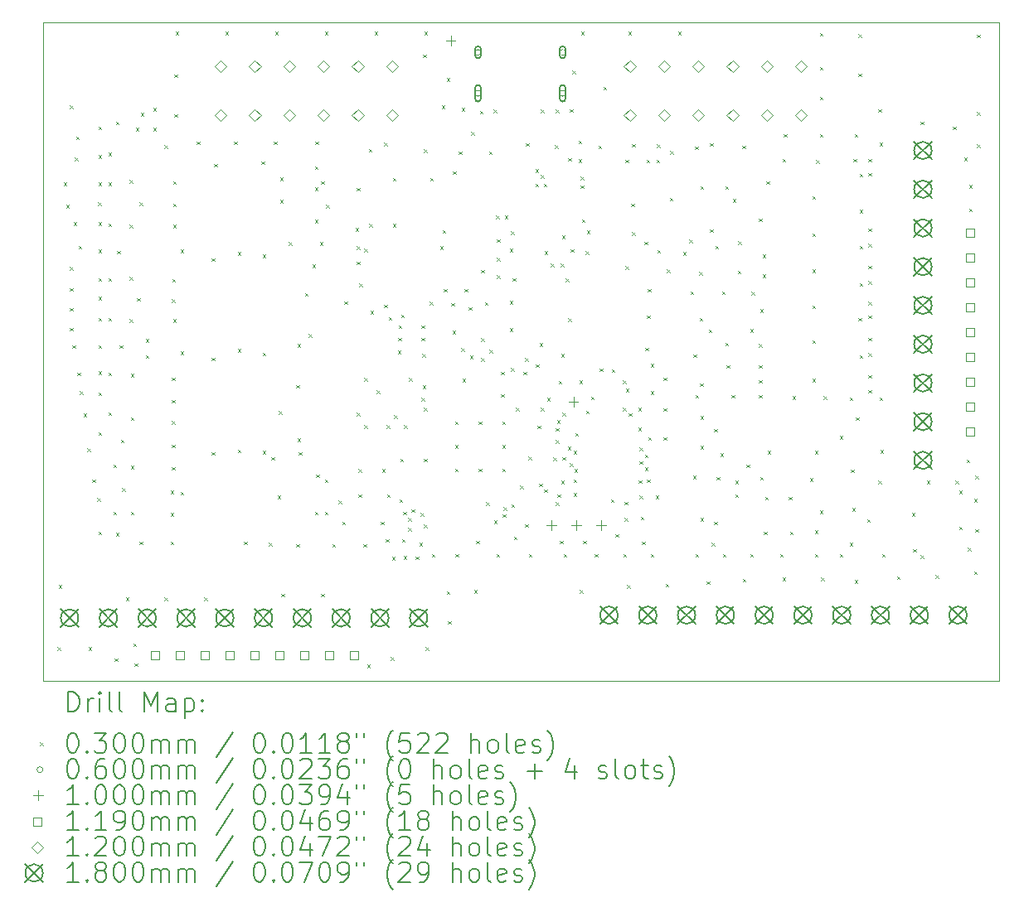
<source format=gbr>
%TF.GenerationSoftware,KiCad,Pcbnew,6.0.11+dfsg-1*%
%TF.CreationDate,2024-03-26T21:28:40+01:00*%
%TF.ProjectId,IO_16x8_matrix,494f5f31-3678-4385-9f6d-61747269782e,0.1.0*%
%TF.SameCoordinates,Original*%
%TF.FileFunction,Drillmap*%
%TF.FilePolarity,Positive*%
%FSLAX45Y45*%
G04 Gerber Fmt 4.5, Leading zero omitted, Abs format (unit mm)*
G04 Created by KiCad (PCBNEW 6.0.11+dfsg-1) date 2024-03-26 21:28:40*
%MOMM*%
%LPD*%
G01*
G04 APERTURE LIST*
%ADD10C,0.100000*%
%ADD11C,0.200000*%
%ADD12C,0.030000*%
%ADD13C,0.060000*%
%ADD14C,0.119000*%
%ADD15C,0.120000*%
%ADD16C,0.180000*%
G04 APERTURE END LIST*
D10*
X10091400Y-4478000D02*
X19852640Y-4478000D01*
X19852640Y-4478000D02*
X19852640Y-11211560D01*
X19852640Y-11211560D02*
X10091400Y-11211560D01*
X10091400Y-11211560D02*
X10091400Y-4478000D01*
D11*
D12*
X10233900Y-10868900D02*
X10263900Y-10898900D01*
X10263900Y-10868900D02*
X10233900Y-10898900D01*
X10246600Y-10233900D02*
X10276600Y-10263900D01*
X10276600Y-10233900D02*
X10246600Y-10263900D01*
X10297400Y-6119100D02*
X10327400Y-6149100D01*
X10327400Y-6119100D02*
X10297400Y-6149100D01*
X10322800Y-6347700D02*
X10352800Y-6377700D01*
X10352800Y-6347700D02*
X10322800Y-6377700D01*
X10360900Y-5331700D02*
X10390900Y-5361700D01*
X10390900Y-5331700D02*
X10360900Y-5361700D01*
X10360900Y-6982700D02*
X10390900Y-7012700D01*
X10390900Y-6982700D02*
X10360900Y-7012700D01*
X10360900Y-7198600D02*
X10390900Y-7228600D01*
X10390900Y-7198600D02*
X10360900Y-7228600D01*
X10360900Y-7401800D02*
X10390900Y-7431800D01*
X10390900Y-7401800D02*
X10360900Y-7431800D01*
X10360900Y-7605000D02*
X10390900Y-7635000D01*
X10390900Y-7605000D02*
X10360900Y-7635000D01*
X10386300Y-7782800D02*
X10416300Y-7812800D01*
X10416300Y-7782800D02*
X10386300Y-7812800D01*
X10399000Y-6525500D02*
X10429000Y-6555500D01*
X10429000Y-6525500D02*
X10399000Y-6555500D01*
X10411700Y-5865100D02*
X10441700Y-5895100D01*
X10441700Y-5865100D02*
X10411700Y-5895100D01*
X10424400Y-5649200D02*
X10454400Y-5679200D01*
X10454400Y-5649200D02*
X10424400Y-5679200D01*
X10437100Y-8062200D02*
X10467100Y-8092200D01*
X10467100Y-8062200D02*
X10437100Y-8092200D01*
X10449800Y-6766800D02*
X10479800Y-6796800D01*
X10479800Y-6766800D02*
X10449800Y-6796800D01*
X10462500Y-8252700D02*
X10492500Y-8282700D01*
X10492500Y-8252700D02*
X10462500Y-8282700D01*
X10500600Y-8481300D02*
X10530600Y-8511300D01*
X10530600Y-8481300D02*
X10500600Y-8511300D01*
X10538700Y-8836900D02*
X10568700Y-8866900D01*
X10568700Y-8836900D02*
X10538700Y-8866900D01*
X10551400Y-10868900D02*
X10581400Y-10898900D01*
X10581400Y-10868900D02*
X10551400Y-10898900D01*
X10589500Y-9154400D02*
X10619500Y-9184400D01*
X10619500Y-9154400D02*
X10589500Y-9184400D01*
X10640300Y-9344900D02*
X10670300Y-9374900D01*
X10670300Y-9344900D02*
X10640300Y-9374900D01*
X10650700Y-6322300D02*
X10680700Y-6352300D01*
X10680700Y-6322300D02*
X10650700Y-6352300D01*
X10653000Y-5547600D02*
X10683000Y-5577600D01*
X10683000Y-5547600D02*
X10653000Y-5577600D01*
X10653000Y-5839700D02*
X10683000Y-5869700D01*
X10683000Y-5839700D02*
X10653000Y-5869700D01*
X10653000Y-6119100D02*
X10683000Y-6149100D01*
X10683000Y-6119100D02*
X10653000Y-6149100D01*
X10653000Y-6525500D02*
X10683000Y-6555500D01*
X10683000Y-6525500D02*
X10653000Y-6555500D01*
X10653000Y-6804900D02*
X10683000Y-6834900D01*
X10683000Y-6804900D02*
X10653000Y-6834900D01*
X10653000Y-7097000D02*
X10683000Y-7127000D01*
X10683000Y-7097000D02*
X10653000Y-7127000D01*
X10653000Y-7287500D02*
X10683000Y-7317500D01*
X10683000Y-7287500D02*
X10653000Y-7317500D01*
X10653000Y-7503400D02*
X10683000Y-7533400D01*
X10683000Y-7503400D02*
X10653000Y-7533400D01*
X10653000Y-7782800D02*
X10683000Y-7812800D01*
X10683000Y-7782800D02*
X10653000Y-7812800D01*
X10653000Y-8049500D02*
X10683000Y-8079500D01*
X10683000Y-8049500D02*
X10653000Y-8079500D01*
X10653000Y-8265400D02*
X10683000Y-8295400D01*
X10683000Y-8265400D02*
X10653000Y-8295400D01*
X10653000Y-8671800D02*
X10683000Y-8701800D01*
X10683000Y-8671800D02*
X10653000Y-8701800D01*
X10653000Y-9687800D02*
X10683000Y-9717800D01*
X10683000Y-9687800D02*
X10653000Y-9717800D01*
X10754600Y-5814300D02*
X10784600Y-5844300D01*
X10784600Y-5814300D02*
X10754600Y-5844300D01*
X10754600Y-6119100D02*
X10784600Y-6149100D01*
X10784600Y-6119100D02*
X10754600Y-6149100D01*
X10754600Y-6538200D02*
X10784600Y-6568200D01*
X10784600Y-6538200D02*
X10754600Y-6568200D01*
X10754600Y-7097000D02*
X10784600Y-7127000D01*
X10784600Y-7097000D02*
X10754600Y-7127000D01*
X10754600Y-7503400D02*
X10784600Y-7533400D01*
X10784600Y-7503400D02*
X10754600Y-7533400D01*
X10754600Y-8062200D02*
X10784600Y-8092200D01*
X10784600Y-8062200D02*
X10754600Y-8092200D01*
X10754600Y-8468600D02*
X10784600Y-8498600D01*
X10784600Y-8468600D02*
X10754600Y-8498600D01*
X10805400Y-9002000D02*
X10835400Y-9032000D01*
X10835400Y-9002000D02*
X10805400Y-9032000D01*
X10805400Y-9484600D02*
X10835400Y-9514600D01*
X10835400Y-9484600D02*
X10805400Y-9514600D01*
X10818100Y-10983200D02*
X10848100Y-11013200D01*
X10848100Y-10983200D02*
X10818100Y-11013200D01*
X10830800Y-5496800D02*
X10860800Y-5526800D01*
X10860800Y-5496800D02*
X10830800Y-5526800D01*
X10830800Y-9700500D02*
X10860800Y-9730500D01*
X10860800Y-9700500D02*
X10830800Y-9730500D01*
X10843500Y-6817600D02*
X10873500Y-6847600D01*
X10873500Y-6817600D02*
X10843500Y-6847600D01*
X10868900Y-7782800D02*
X10898900Y-7812800D01*
X10898900Y-7782800D02*
X10868900Y-7812800D01*
X10881600Y-8748000D02*
X10911600Y-8778000D01*
X10911600Y-8748000D02*
X10881600Y-8778000D01*
X10894300Y-9243300D02*
X10924300Y-9273300D01*
X10924300Y-9243300D02*
X10894300Y-9273300D01*
X10932400Y-10360900D02*
X10962400Y-10390900D01*
X10962400Y-10360900D02*
X10932400Y-10390900D01*
X10970500Y-6093700D02*
X11000500Y-6123700D01*
X11000500Y-6093700D02*
X10970500Y-6123700D01*
X10970500Y-6550900D02*
X11000500Y-6580900D01*
X11000500Y-6550900D02*
X10970500Y-6580900D01*
X10970500Y-7084300D02*
X11000500Y-7114300D01*
X11000500Y-7084300D02*
X10970500Y-7114300D01*
X10970500Y-7516100D02*
X11000500Y-7546100D01*
X11000500Y-7516100D02*
X10970500Y-7546100D01*
X10983200Y-8074900D02*
X11013200Y-8104900D01*
X11013200Y-8074900D02*
X10983200Y-8104900D01*
X10983200Y-8519400D02*
X11013200Y-8549400D01*
X11013200Y-8519400D02*
X10983200Y-8549400D01*
X10983200Y-9014700D02*
X11013200Y-9044700D01*
X11013200Y-9014700D02*
X10983200Y-9044700D01*
X10983200Y-9484600D02*
X11013200Y-9514600D01*
X11013200Y-9484600D02*
X10983200Y-9514600D01*
X11008600Y-10830800D02*
X11038600Y-10860800D01*
X11038600Y-10830800D02*
X11008600Y-10860800D01*
X11021300Y-11034000D02*
X11051300Y-11064000D01*
X11051300Y-11034000D02*
X11021300Y-11064000D01*
X11034000Y-5560300D02*
X11064000Y-5590300D01*
X11064000Y-5560300D02*
X11034000Y-5590300D01*
X11046700Y-7300200D02*
X11076700Y-7330200D01*
X11076700Y-7300200D02*
X11046700Y-7330200D01*
X11072100Y-6322300D02*
X11102100Y-6352300D01*
X11102100Y-6322300D02*
X11072100Y-6352300D01*
X11072100Y-9789400D02*
X11102100Y-9819400D01*
X11102100Y-9789400D02*
X11072100Y-9819400D01*
X11084800Y-5407900D02*
X11114800Y-5437900D01*
X11114800Y-5407900D02*
X11084800Y-5437900D01*
X11135600Y-7719300D02*
X11165600Y-7749300D01*
X11165600Y-7719300D02*
X11135600Y-7749300D01*
X11135600Y-7884400D02*
X11165600Y-7914400D01*
X11165600Y-7884400D02*
X11135600Y-7914400D01*
X11211800Y-5357100D02*
X11241800Y-5387100D01*
X11241800Y-5357100D02*
X11211800Y-5387100D01*
X11211800Y-5560300D02*
X11241800Y-5590300D01*
X11241800Y-5560300D02*
X11211800Y-5590300D01*
X11326100Y-5738100D02*
X11356100Y-5768100D01*
X11356100Y-5738100D02*
X11326100Y-5768100D01*
X11326100Y-10360900D02*
X11356100Y-10390900D01*
X11356100Y-10360900D02*
X11326100Y-10390900D01*
X11389600Y-9268700D02*
X11419600Y-9298700D01*
X11419600Y-9268700D02*
X11389600Y-9298700D01*
X11389600Y-9497300D02*
X11419600Y-9527300D01*
X11419600Y-9497300D02*
X11389600Y-9527300D01*
X11389600Y-9789400D02*
X11419600Y-9819400D01*
X11419600Y-9789400D02*
X11389600Y-9819400D01*
X11402300Y-7312900D02*
X11432300Y-7342900D01*
X11432300Y-7312900D02*
X11402300Y-7342900D01*
X11402300Y-8113000D02*
X11432300Y-8143000D01*
X11432300Y-8113000D02*
X11402300Y-8143000D01*
X11402300Y-8341600D02*
X11432300Y-8371600D01*
X11432300Y-8341600D02*
X11402300Y-8371600D01*
X11402300Y-8557500D02*
X11432300Y-8587500D01*
X11432300Y-8557500D02*
X11402300Y-8587500D01*
X11402300Y-8798800D02*
X11432300Y-8828800D01*
X11432300Y-8798800D02*
X11402300Y-8828800D01*
X11402300Y-9027400D02*
X11432300Y-9057400D01*
X11432300Y-9027400D02*
X11402300Y-9057400D01*
X11408650Y-7103350D02*
X11438650Y-7133350D01*
X11438650Y-7103350D02*
X11408650Y-7133350D01*
X11415000Y-6106400D02*
X11445000Y-6136400D01*
X11445000Y-6106400D02*
X11415000Y-6136400D01*
X11415000Y-6335000D02*
X11445000Y-6365000D01*
X11445000Y-6335000D02*
X11415000Y-6365000D01*
X11415000Y-6550900D02*
X11445000Y-6580900D01*
X11445000Y-6550900D02*
X11415000Y-6580900D01*
X11415000Y-7516100D02*
X11445000Y-7546100D01*
X11445000Y-7516100D02*
X11415000Y-7546100D01*
X11427700Y-5014200D02*
X11457700Y-5044200D01*
X11457700Y-5014200D02*
X11427700Y-5044200D01*
X11427700Y-5420600D02*
X11457700Y-5450600D01*
X11457700Y-5420600D02*
X11427700Y-5450600D01*
X11441000Y-4576200D02*
X11471000Y-4606200D01*
X11471000Y-4576200D02*
X11441000Y-4606200D01*
X11491200Y-6804900D02*
X11521200Y-6834900D01*
X11521200Y-6804900D02*
X11491200Y-6834900D01*
X11491200Y-7846300D02*
X11521200Y-7876300D01*
X11521200Y-7846300D02*
X11491200Y-7876300D01*
X11491200Y-9281400D02*
X11521200Y-9311400D01*
X11521200Y-9281400D02*
X11491200Y-9311400D01*
X11656300Y-5700000D02*
X11686300Y-5730000D01*
X11686300Y-5700000D02*
X11656300Y-5730000D01*
X11732500Y-10360900D02*
X11762500Y-10390900D01*
X11762500Y-10360900D02*
X11732500Y-10390900D01*
X11808700Y-6893800D02*
X11838700Y-6923800D01*
X11838700Y-6893800D02*
X11808700Y-6923800D01*
X11808700Y-7909800D02*
X11838700Y-7939800D01*
X11838700Y-7909800D02*
X11808700Y-7939800D01*
X11808700Y-8875000D02*
X11838700Y-8905000D01*
X11838700Y-8875000D02*
X11808700Y-8905000D01*
X11834100Y-5928600D02*
X11864100Y-5958600D01*
X11864100Y-5928600D02*
X11834100Y-5958600D01*
X11949000Y-4576200D02*
X11979000Y-4606200D01*
X11979000Y-4576200D02*
X11949000Y-4606200D01*
X12037300Y-5700000D02*
X12067300Y-5730000D01*
X12067300Y-5700000D02*
X12037300Y-5730000D01*
X12075400Y-6830300D02*
X12105400Y-6860300D01*
X12105400Y-6830300D02*
X12075400Y-6860300D01*
X12075400Y-7820900D02*
X12105400Y-7850900D01*
X12105400Y-7820900D02*
X12075400Y-7850900D01*
X12075400Y-8849600D02*
X12105400Y-8879600D01*
X12105400Y-8849600D02*
X12075400Y-8879600D01*
X12138900Y-9789400D02*
X12168900Y-9819400D01*
X12168900Y-9789400D02*
X12138900Y-9819400D01*
X12316700Y-5903200D02*
X12346700Y-5933200D01*
X12346700Y-5903200D02*
X12316700Y-5933200D01*
X12329400Y-6855700D02*
X12359400Y-6885700D01*
X12359400Y-6855700D02*
X12329400Y-6885700D01*
X12329400Y-7859000D02*
X12359400Y-7889000D01*
X12359400Y-7859000D02*
X12329400Y-7889000D01*
X12329400Y-8862300D02*
X12359400Y-8892300D01*
X12359400Y-8862300D02*
X12329400Y-8892300D01*
X12392900Y-9802100D02*
X12422900Y-9832100D01*
X12422900Y-9802100D02*
X12392900Y-9832100D01*
X12418300Y-8925800D02*
X12448300Y-8955800D01*
X12448300Y-8925800D02*
X12418300Y-8955800D01*
X12443700Y-5700000D02*
X12473700Y-5730000D01*
X12473700Y-5700000D02*
X12443700Y-5730000D01*
X12457000Y-4576200D02*
X12487000Y-4606200D01*
X12487000Y-4576200D02*
X12457000Y-4606200D01*
X12481800Y-9319500D02*
X12511800Y-9349500D01*
X12511800Y-9319500D02*
X12481800Y-9349500D01*
X12494500Y-8455900D02*
X12524500Y-8485900D01*
X12524500Y-8455900D02*
X12494500Y-8485900D01*
X12507200Y-6068300D02*
X12537200Y-6098300D01*
X12537200Y-6068300D02*
X12507200Y-6098300D01*
X12507200Y-6296900D02*
X12537200Y-6326900D01*
X12537200Y-6296900D02*
X12507200Y-6326900D01*
X12519900Y-10322800D02*
X12549900Y-10352800D01*
X12549900Y-10322800D02*
X12519900Y-10352800D01*
X12596100Y-6728700D02*
X12626100Y-6758700D01*
X12626100Y-6728700D02*
X12596100Y-6758700D01*
X12672300Y-8189200D02*
X12702300Y-8219200D01*
X12702300Y-8189200D02*
X12672300Y-8219200D01*
X12672300Y-9814800D02*
X12702300Y-9844800D01*
X12702300Y-9814800D02*
X12672300Y-9844800D01*
X12685000Y-7770100D02*
X12715000Y-7800100D01*
X12715000Y-7770100D02*
X12685000Y-7800100D01*
X12685000Y-8735300D02*
X12715000Y-8765300D01*
X12715000Y-8735300D02*
X12685000Y-8765300D01*
X12697700Y-8875000D02*
X12727700Y-8905000D01*
X12727700Y-8875000D02*
X12697700Y-8905000D01*
X12761200Y-7249400D02*
X12791200Y-7279400D01*
X12791200Y-7249400D02*
X12761200Y-7279400D01*
X12799300Y-7668500D02*
X12829300Y-7698500D01*
X12829300Y-7668500D02*
X12799300Y-7698500D01*
X12837400Y-6957300D02*
X12867400Y-6987300D01*
X12867400Y-6957300D02*
X12837400Y-6987300D01*
X12862800Y-5954000D02*
X12892800Y-5984000D01*
X12892800Y-5954000D02*
X12862800Y-5984000D01*
X12862800Y-6169900D02*
X12892800Y-6199900D01*
X12892800Y-6169900D02*
X12862800Y-6199900D01*
X12862800Y-6500100D02*
X12892800Y-6530100D01*
X12892800Y-6500100D02*
X12862800Y-6530100D01*
X12862800Y-9484600D02*
X12892800Y-9514600D01*
X12892800Y-9484600D02*
X12862800Y-9514600D01*
X12868850Y-5700000D02*
X12898850Y-5730000D01*
X12898850Y-5700000D02*
X12868850Y-5730000D01*
X12875500Y-9103600D02*
X12905500Y-9133600D01*
X12905500Y-9103600D02*
X12875500Y-9133600D01*
X12913600Y-6728700D02*
X12943600Y-6758700D01*
X12943600Y-6728700D02*
X12913600Y-6758700D01*
X12926300Y-6106400D02*
X12956300Y-6136400D01*
X12956300Y-6106400D02*
X12926300Y-6136400D01*
X12926300Y-10322800D02*
X12956300Y-10352800D01*
X12956300Y-10322800D02*
X12926300Y-10352800D01*
X12964400Y-9154400D02*
X12994400Y-9184400D01*
X12994400Y-9154400D02*
X12964400Y-9184400D01*
X12964400Y-9484600D02*
X12994400Y-9514600D01*
X12994400Y-9484600D02*
X12964400Y-9514600D01*
X12965000Y-4576200D02*
X12995000Y-4606200D01*
X12995000Y-4576200D02*
X12965000Y-4606200D01*
X12977100Y-6347700D02*
X13007100Y-6377700D01*
X13007100Y-6347700D02*
X12977100Y-6377700D01*
X13040600Y-9814800D02*
X13070600Y-9844800D01*
X13070600Y-9814800D02*
X13040600Y-9844800D01*
X13104100Y-9370300D02*
X13134100Y-9400300D01*
X13134100Y-9370300D02*
X13104100Y-9400300D01*
X13142200Y-9586200D02*
X13172200Y-9616200D01*
X13172200Y-9586200D02*
X13142200Y-9616200D01*
X13163490Y-7333220D02*
X13193490Y-7363220D01*
X13193490Y-7333220D02*
X13163490Y-7363220D01*
X13277790Y-6583920D02*
X13307790Y-6613920D01*
X13307790Y-6583920D02*
X13277790Y-6613920D01*
X13290490Y-6768220D02*
X13320490Y-6798220D01*
X13320490Y-6768220D02*
X13290490Y-6798220D01*
X13290490Y-6926820D02*
X13320490Y-6956820D01*
X13320490Y-6926820D02*
X13290490Y-6956820D01*
X13291090Y-6171320D02*
X13321090Y-6201320D01*
X13321090Y-6171320D02*
X13291090Y-6201320D01*
X13291090Y-8470020D02*
X13321090Y-8500020D01*
X13321090Y-8470020D02*
X13291090Y-8500020D01*
X13307300Y-9306800D02*
X13337300Y-9336800D01*
X13337300Y-9306800D02*
X13307300Y-9336800D01*
X13309530Y-9047720D02*
X13339530Y-9077720D01*
X13339530Y-9047720D02*
X13309530Y-9077720D01*
X13316490Y-7149220D02*
X13346490Y-7179220D01*
X13346490Y-7149220D02*
X13316490Y-7179220D01*
X13358100Y-9814800D02*
X13388100Y-9844800D01*
X13388100Y-9814800D02*
X13358100Y-9844800D01*
X13367290Y-6793620D02*
X13397290Y-6823620D01*
X13397290Y-6793620D02*
X13367290Y-6823620D01*
X13367290Y-8114420D02*
X13397290Y-8144420D01*
X13397290Y-8114420D02*
X13367290Y-8144420D01*
X13367290Y-8597020D02*
X13397290Y-8627020D01*
X13397290Y-8597020D02*
X13367290Y-8627020D01*
X13396200Y-11046700D02*
X13426200Y-11076700D01*
X13426200Y-11046700D02*
X13396200Y-11076700D01*
X13412410Y-5773660D02*
X13442410Y-5803660D01*
X13442410Y-5773660D02*
X13412410Y-5803660D01*
X13418090Y-6539620D02*
X13448090Y-6569620D01*
X13448090Y-6539620D02*
X13418090Y-6569620D01*
X13430790Y-7428620D02*
X13460790Y-7458620D01*
X13460790Y-7428620D02*
X13430790Y-7458620D01*
X13473000Y-4576200D02*
X13503000Y-4606200D01*
X13503000Y-4576200D02*
X13473000Y-4606200D01*
X13494290Y-8241420D02*
X13524290Y-8271420D01*
X13524290Y-8241420D02*
X13494290Y-8271420D01*
X13535900Y-9586200D02*
X13565900Y-9616200D01*
X13565900Y-9586200D02*
X13535900Y-9616200D01*
X13550830Y-9047720D02*
X13580830Y-9077720D01*
X13580830Y-9047720D02*
X13550830Y-9077720D01*
X13569890Y-5712700D02*
X13599890Y-5742700D01*
X13599890Y-5712700D02*
X13569890Y-5742700D01*
X13569890Y-7368780D02*
X13599890Y-7398780D01*
X13599890Y-7368780D02*
X13569890Y-7398780D01*
X13586700Y-9764000D02*
X13616700Y-9794000D01*
X13616700Y-9764000D02*
X13586700Y-9794000D01*
X13595890Y-8597020D02*
X13625890Y-8627020D01*
X13625890Y-8597020D02*
X13595890Y-8627020D01*
X13600370Y-9306800D02*
X13630370Y-9336800D01*
X13630370Y-9306800D02*
X13600370Y-9336800D01*
X13615610Y-7495780D02*
X13645610Y-7525780D01*
X13645610Y-7495780D02*
X13615610Y-7525780D01*
X13637500Y-10970500D02*
X13667500Y-11000500D01*
X13667500Y-10970500D02*
X13637500Y-11000500D01*
X13650940Y-9945640D02*
X13680940Y-9975640D01*
X13680940Y-9945640D02*
X13650940Y-9975640D01*
X13659390Y-6069720D02*
X13689390Y-6099720D01*
X13689390Y-6069720D02*
X13659390Y-6099720D01*
X13659390Y-6539620D02*
X13689390Y-6569620D01*
X13689390Y-6539620D02*
X13659390Y-6569620D01*
X13672090Y-8495420D02*
X13702090Y-8525420D01*
X13702090Y-8495420D02*
X13672090Y-8525420D01*
X13710190Y-7835020D02*
X13740190Y-7865020D01*
X13740190Y-7835020D02*
X13710190Y-7865020D01*
X13713290Y-7704920D02*
X13743290Y-7734920D01*
X13743290Y-7704920D02*
X13713290Y-7734920D01*
X13719790Y-7577920D02*
X13749790Y-7607920D01*
X13749790Y-7577920D02*
X13719790Y-7607920D01*
X13726400Y-9357600D02*
X13756400Y-9387600D01*
X13756400Y-9357600D02*
X13726400Y-9387600D01*
X13735590Y-8939920D02*
X13765590Y-8969920D01*
X13765590Y-8939920D02*
X13735590Y-8969920D01*
X13742610Y-7470380D02*
X13772610Y-7500380D01*
X13772610Y-7470380D02*
X13742610Y-7500380D01*
X13751800Y-9764000D02*
X13781800Y-9794000D01*
X13781800Y-9764000D02*
X13751800Y-9794000D01*
X13764500Y-9484600D02*
X13794500Y-9514600D01*
X13794500Y-9484600D02*
X13764500Y-9514600D01*
X13769497Y-9935304D02*
X13799497Y-9965304D01*
X13799497Y-9935304D02*
X13769497Y-9965304D01*
X13773690Y-8597020D02*
X13803690Y-8627020D01*
X13803690Y-8597020D02*
X13773690Y-8627020D01*
X13815300Y-9548100D02*
X13845300Y-9578100D01*
X13845300Y-9548100D02*
X13815300Y-9578100D01*
X13815300Y-9649700D02*
X13845300Y-9679700D01*
X13845300Y-9649700D02*
X13815300Y-9679700D01*
X13824490Y-8114420D02*
X13854490Y-8144420D01*
X13854490Y-8114420D02*
X13824490Y-8144420D01*
X13848422Y-9457528D02*
X13878422Y-9487528D01*
X13878422Y-9457528D02*
X13848422Y-9487528D01*
X13891500Y-9941800D02*
X13921500Y-9971800D01*
X13921500Y-9941800D02*
X13891500Y-9971800D01*
X13929600Y-9802100D02*
X13959600Y-9832100D01*
X13959600Y-9802100D02*
X13929600Y-9832100D01*
X13942300Y-9497300D02*
X13972300Y-9527300D01*
X13972300Y-9497300D02*
X13942300Y-9527300D01*
X13951490Y-7577920D02*
X13981490Y-7607920D01*
X13981490Y-7577920D02*
X13951490Y-7607920D01*
X13951490Y-7704920D02*
X13981490Y-7734920D01*
X13981490Y-7704920D02*
X13951490Y-7734920D01*
X13951490Y-8317620D02*
X13981490Y-8347620D01*
X13981490Y-8317620D02*
X13951490Y-8347620D01*
X13961790Y-7870720D02*
X13991790Y-7900720D01*
X13991790Y-7870720D02*
X13961790Y-7900720D01*
X13964190Y-8190620D02*
X13994190Y-8220620D01*
X13994190Y-8190620D02*
X13964190Y-8220620D01*
X13967700Y-4811000D02*
X13997700Y-4841000D01*
X13997700Y-4811000D02*
X13967700Y-4841000D01*
X13976890Y-5777620D02*
X14006890Y-5807620D01*
X14006890Y-5777620D02*
X13976890Y-5807620D01*
X13976890Y-8419220D02*
X14006890Y-8449220D01*
X14006890Y-8419220D02*
X13976890Y-8449220D01*
X13976890Y-8939920D02*
X14006890Y-8969920D01*
X14006890Y-8939920D02*
X13976890Y-8969920D01*
X13976890Y-9613020D02*
X14006890Y-9643020D01*
X14006890Y-9613020D02*
X13976890Y-9643020D01*
X13981000Y-4576200D02*
X14011000Y-4606200D01*
X14011000Y-4576200D02*
X13981000Y-4606200D01*
X13993100Y-10868900D02*
X14023100Y-10898900D01*
X14023100Y-10868900D02*
X13993100Y-10898900D01*
X14037250Y-7338300D02*
X14067250Y-7368300D01*
X14067250Y-7338300D02*
X14037250Y-7368300D01*
X14040390Y-6069720D02*
X14070390Y-6099720D01*
X14070390Y-6069720D02*
X14040390Y-6099720D01*
X14056600Y-9916400D02*
X14086600Y-9946400D01*
X14086600Y-9916400D02*
X14056600Y-9946400D01*
X14141990Y-6768220D02*
X14171990Y-6798220D01*
X14171990Y-6768220D02*
X14141990Y-6798220D01*
X14159170Y-5331700D02*
X14189170Y-5361700D01*
X14189170Y-5331700D02*
X14159170Y-5361700D01*
X14167390Y-6603120D02*
X14197390Y-6633120D01*
X14197390Y-6603120D02*
X14167390Y-6633120D01*
X14179490Y-7206220D02*
X14209490Y-7236220D01*
X14209490Y-7206220D02*
X14179490Y-7236220D01*
X14209000Y-5049760D02*
X14239000Y-5079760D01*
X14239000Y-5049760D02*
X14209000Y-5079760D01*
X14209000Y-10297400D02*
X14239000Y-10327400D01*
X14239000Y-10297400D02*
X14209000Y-10327400D01*
X14221700Y-10602200D02*
X14251700Y-10632200D01*
X14251700Y-10602200D02*
X14221700Y-10632200D01*
X14255690Y-7348460D02*
X14285690Y-7378460D01*
X14285690Y-7348460D02*
X14255690Y-7378460D01*
X14268990Y-7631820D02*
X14298990Y-7661820D01*
X14298990Y-7631820D02*
X14268990Y-7661820D01*
X14270930Y-6002260D02*
X14300930Y-6032260D01*
X14300930Y-6002260D02*
X14270930Y-6032260D01*
X14294390Y-8558920D02*
X14324390Y-8588920D01*
X14324390Y-8558920D02*
X14294390Y-8588920D01*
X14294390Y-8800220D02*
X14324390Y-8830220D01*
X14324390Y-8800220D02*
X14294390Y-8830220D01*
X14294390Y-9041520D02*
X14324390Y-9071520D01*
X14324390Y-9041520D02*
X14294390Y-9071520D01*
X14297900Y-9916400D02*
X14327900Y-9946400D01*
X14327900Y-9916400D02*
X14297900Y-9946400D01*
X14331890Y-5799060D02*
X14361890Y-5829060D01*
X14361890Y-5799060D02*
X14331890Y-5829060D01*
X14357890Y-7809620D02*
X14387890Y-7839620D01*
X14387890Y-7809620D02*
X14357890Y-7839620D01*
X14361400Y-5357100D02*
X14391400Y-5387100D01*
X14391400Y-5357100D02*
X14361400Y-5387100D01*
X14372340Y-8125370D02*
X14402340Y-8155370D01*
X14402340Y-8125370D02*
X14372340Y-8155370D01*
X14392850Y-7206220D02*
X14422850Y-7236220D01*
X14422850Y-7206220D02*
X14392850Y-7236220D01*
X14433490Y-7390520D02*
X14463490Y-7420520D01*
X14463490Y-7390520D02*
X14433490Y-7420520D01*
X14446790Y-7885820D02*
X14476790Y-7915820D01*
X14476790Y-7885820D02*
X14446790Y-7915820D01*
X14459490Y-5599820D02*
X14489490Y-5629820D01*
X14489490Y-5599820D02*
X14459490Y-5629820D01*
X14488400Y-10284700D02*
X14518400Y-10314700D01*
X14518400Y-10284700D02*
X14488400Y-10314700D01*
X14510290Y-9778120D02*
X14540290Y-9808120D01*
X14540290Y-9778120D02*
X14510290Y-9808120D01*
X14535690Y-8558920D02*
X14565690Y-8588920D01*
X14565690Y-8558920D02*
X14535690Y-8588920D01*
X14535690Y-9041520D02*
X14565690Y-9071520D01*
X14565690Y-9041520D02*
X14535690Y-9071520D01*
X14549190Y-5384720D02*
X14579190Y-5414720D01*
X14579190Y-5384720D02*
X14549190Y-5414720D01*
X14561090Y-7009520D02*
X14591090Y-7039520D01*
X14591090Y-7009520D02*
X14561090Y-7039520D01*
X14561090Y-7708020D02*
X14591090Y-7738020D01*
X14591090Y-7708020D02*
X14561090Y-7738020D01*
X14561090Y-7911220D02*
X14591090Y-7941220D01*
X14591090Y-7911220D02*
X14561090Y-7941220D01*
X14599190Y-7339720D02*
X14629190Y-7369720D01*
X14629190Y-7339720D02*
X14599190Y-7369720D01*
X14611890Y-9384420D02*
X14641890Y-9414420D01*
X14641890Y-9384420D02*
X14611890Y-9414420D01*
X14640800Y-5801600D02*
X14670800Y-5831600D01*
X14670800Y-5801600D02*
X14640800Y-5831600D01*
X14643640Y-7828670D02*
X14673640Y-7858670D01*
X14673640Y-7828670D02*
X14643640Y-7858670D01*
X14688090Y-5371220D02*
X14718090Y-5401220D01*
X14718090Y-5371220D02*
X14688090Y-5401220D01*
X14691600Y-9573500D02*
X14721600Y-9603500D01*
X14721600Y-9573500D02*
X14691600Y-9603500D01*
X14712890Y-6456920D02*
X14742890Y-6486920D01*
X14742890Y-6456920D02*
X14712890Y-6486920D01*
X14717000Y-9916400D02*
X14747000Y-9946400D01*
X14747000Y-9916400D02*
X14717000Y-9946400D01*
X14719840Y-6698370D02*
X14749840Y-6728370D01*
X14749840Y-6698370D02*
X14719840Y-6728370D01*
X14719840Y-6888870D02*
X14749840Y-6918870D01*
X14749840Y-6888870D02*
X14719840Y-6918870D01*
X14719840Y-7066670D02*
X14749840Y-7096670D01*
X14749840Y-7066670D02*
X14719840Y-7096670D01*
X14763290Y-8280520D02*
X14793290Y-8310520D01*
X14793290Y-8280520D02*
X14763290Y-8310520D01*
X14764290Y-8050920D02*
X14794290Y-8080920D01*
X14794290Y-8050920D02*
X14764290Y-8080920D01*
X14776990Y-8558920D02*
X14806990Y-8588920D01*
X14806990Y-8558920D02*
X14776990Y-8588920D01*
X14776990Y-8800220D02*
X14806990Y-8830220D01*
X14806990Y-8800220D02*
X14776990Y-8830220D01*
X14776990Y-9041520D02*
X14806990Y-9071520D01*
X14806990Y-9041520D02*
X14776990Y-9071520D01*
X14780500Y-9510000D02*
X14810500Y-9540000D01*
X14810500Y-9510000D02*
X14780500Y-9540000D01*
X14789690Y-9435220D02*
X14819690Y-9465220D01*
X14819690Y-9435220D02*
X14789690Y-9465220D01*
X14801790Y-6456920D02*
X14831790Y-6486920D01*
X14831790Y-6456920D02*
X14801790Y-6486920D01*
X14853190Y-6793620D02*
X14883190Y-6823620D01*
X14883190Y-6793620D02*
X14853190Y-6823620D01*
X14853190Y-7327020D02*
X14883190Y-7357020D01*
X14883190Y-7327020D02*
X14853190Y-7357020D01*
X14853190Y-7606420D02*
X14883190Y-7636420D01*
X14883190Y-7606420D02*
X14853190Y-7636420D01*
X14865890Y-6615820D02*
X14895890Y-6645820D01*
X14895890Y-6615820D02*
X14865890Y-6645820D01*
X14865890Y-8012820D02*
X14895890Y-8042820D01*
X14895890Y-8012820D02*
X14865890Y-8042820D01*
X14869400Y-9408400D02*
X14899400Y-9438400D01*
X14899400Y-9408400D02*
X14869400Y-9438400D01*
X14882100Y-7097000D02*
X14912100Y-7127000D01*
X14912100Y-7097000D02*
X14882100Y-7127000D01*
X14894800Y-9738600D02*
X14924800Y-9768600D01*
X14924800Y-9738600D02*
X14894800Y-9768600D01*
X14916690Y-8419220D02*
X14946690Y-8449220D01*
X14946690Y-8419220D02*
X14916690Y-8449220D01*
X14958300Y-9217900D02*
X14988300Y-9247900D01*
X14988300Y-9217900D02*
X14958300Y-9247900D01*
X14992890Y-8050920D02*
X15022890Y-8080920D01*
X15022890Y-8050920D02*
X14992890Y-8080920D01*
X15009100Y-9611600D02*
X15039100Y-9641600D01*
X15039100Y-9611600D02*
X15009100Y-9641600D01*
X15010890Y-7912620D02*
X15040890Y-7942620D01*
X15040890Y-7912620D02*
X15010890Y-7942620D01*
X15018290Y-5714120D02*
X15048290Y-5744120D01*
X15048290Y-5714120D02*
X15018290Y-5744120D01*
X15043690Y-8919120D02*
X15073690Y-8949120D01*
X15073690Y-8919120D02*
X15043690Y-8949120D01*
X15047200Y-9916400D02*
X15077200Y-9946400D01*
X15077200Y-9916400D02*
X15047200Y-9946400D01*
X15114210Y-5981940D02*
X15144210Y-6011940D01*
X15144210Y-5981940D02*
X15114210Y-6011940D01*
X15114210Y-6129260D02*
X15144210Y-6159260D01*
X15144210Y-6129260D02*
X15114210Y-6159260D01*
X15119890Y-7974720D02*
X15149890Y-8004720D01*
X15149890Y-7974720D02*
X15119890Y-8004720D01*
X15134530Y-8601197D02*
X15164530Y-8631197D01*
X15164530Y-8601197D02*
X15134530Y-8631197D01*
X15154850Y-9197580D02*
X15184850Y-9227580D01*
X15184850Y-9197580D02*
X15154850Y-9227580D01*
X15157990Y-7758820D02*
X15187990Y-7788820D01*
X15187990Y-7758820D02*
X15157990Y-7788820D01*
X15170090Y-6042900D02*
X15200090Y-6072900D01*
X15200090Y-6042900D02*
X15170090Y-6072900D01*
X15170690Y-5371220D02*
X15200690Y-5401220D01*
X15200690Y-5371220D02*
X15170690Y-5401220D01*
X15171210Y-8419220D02*
X15201210Y-8449220D01*
X15201210Y-8419220D02*
X15171210Y-8449220D01*
X15200570Y-6129260D02*
X15230570Y-6159260D01*
X15230570Y-6129260D02*
X15200570Y-6159260D01*
X15202139Y-9255281D02*
X15232139Y-9285281D01*
X15232139Y-9255281D02*
X15202139Y-9285281D01*
X15208790Y-6819020D02*
X15238790Y-6849020D01*
X15238790Y-6819020D02*
X15208790Y-6849020D01*
X15234190Y-8317620D02*
X15264190Y-8347620D01*
X15264190Y-8317620D02*
X15234190Y-8347620D01*
X15272290Y-6946020D02*
X15302290Y-6976020D01*
X15302290Y-6946020D02*
X15272290Y-6976020D01*
X15297690Y-8927220D02*
X15327690Y-8957220D01*
X15327690Y-8927220D02*
X15297690Y-8957220D01*
X15312330Y-5738100D02*
X15342330Y-5768100D01*
X15342330Y-5738100D02*
X15312330Y-5768100D01*
X15323090Y-5371220D02*
X15353090Y-5401220D01*
X15353090Y-5371220D02*
X15323090Y-5401220D01*
X15323090Y-8749420D02*
X15353090Y-8779420D01*
X15353090Y-8749420D02*
X15323090Y-8779420D01*
X15323561Y-9384350D02*
X15353561Y-9414350D01*
X15353561Y-9384350D02*
X15323561Y-9414350D01*
X15325163Y-8626655D02*
X15355163Y-8656655D01*
X15355163Y-8626655D02*
X15325163Y-8656655D01*
X15335790Y-8546220D02*
X15365790Y-8576220D01*
X15365790Y-8546220D02*
X15335790Y-8576220D01*
X15339300Y-9306800D02*
X15369300Y-9336800D01*
X15369300Y-9306800D02*
X15339300Y-9336800D01*
X15352970Y-8146020D02*
X15382970Y-8176020D01*
X15382970Y-8146020D02*
X15352970Y-8176020D01*
X15363130Y-9781780D02*
X15393130Y-9811780D01*
X15393130Y-9781780D02*
X15363130Y-9811780D01*
X15373890Y-6946020D02*
X15403890Y-6976020D01*
X15403890Y-6946020D02*
X15373890Y-6976020D01*
X15377400Y-9167100D02*
X15407400Y-9197100D01*
X15407400Y-9167100D02*
X15377400Y-9197100D01*
X15378370Y-7871700D02*
X15408370Y-7901700D01*
X15408370Y-7871700D02*
X15378370Y-7901700D01*
X15385990Y-6660120D02*
X15415990Y-6690120D01*
X15415990Y-6660120D02*
X15385990Y-6690120D01*
X15388530Y-8471140D02*
X15418530Y-8501140D01*
X15418530Y-8471140D02*
X15388530Y-8501140D01*
X15390100Y-8925800D02*
X15420100Y-8955800D01*
X15420100Y-8925800D02*
X15390100Y-8955800D01*
X15402800Y-9916400D02*
X15432800Y-9946400D01*
X15432800Y-9916400D02*
X15402800Y-9946400D01*
X15424690Y-7098420D02*
X15454690Y-7128420D01*
X15454690Y-7098420D02*
X15424690Y-7128420D01*
X15446205Y-8816805D02*
X15476205Y-8846805D01*
X15476205Y-8816805D02*
X15446205Y-8846805D01*
X15449490Y-5870180D02*
X15479490Y-5900180D01*
X15479490Y-5870180D02*
X15449490Y-5900180D01*
X15450090Y-7504820D02*
X15480090Y-7534820D01*
X15480090Y-7504820D02*
X15450090Y-7534820D01*
X15466300Y-5369800D02*
X15496300Y-5399800D01*
X15496300Y-5369800D02*
X15466300Y-5399800D01*
X15466300Y-8989300D02*
X15496300Y-9019300D01*
X15496300Y-8989300D02*
X15466300Y-9019300D01*
X15474890Y-6799820D02*
X15504890Y-6829820D01*
X15504890Y-6799820D02*
X15474890Y-6829820D01*
X15491700Y-4976100D02*
X15521700Y-5006100D01*
X15521700Y-4976100D02*
X15491700Y-5006100D01*
X15504400Y-8862300D02*
X15534400Y-8892300D01*
X15534400Y-8862300D02*
X15504400Y-8892300D01*
X15504400Y-9154400D02*
X15534400Y-9184400D01*
X15534400Y-9154400D02*
X15504400Y-9184400D01*
X15504400Y-9294100D02*
X15534400Y-9324100D01*
X15534400Y-9294100D02*
X15504400Y-9324100D01*
X15514562Y-9047300D02*
X15544562Y-9077300D01*
X15544562Y-9047300D02*
X15514562Y-9077300D01*
X15520610Y-8679420D02*
X15550610Y-8709420D01*
X15550610Y-8679420D02*
X15520610Y-8709420D01*
X15556170Y-5692380D02*
X15586170Y-5722380D01*
X15586170Y-5692380D02*
X15556170Y-5722380D01*
X15557290Y-5879220D02*
X15587290Y-5909220D01*
X15587290Y-5879220D02*
X15557290Y-5909220D01*
X15562370Y-8139820D02*
X15592370Y-8169820D01*
X15592370Y-8139820D02*
X15562370Y-8169820D01*
X15567900Y-10284700D02*
X15597900Y-10314700D01*
X15597900Y-10284700D02*
X15567900Y-10314700D01*
X15576790Y-6057320D02*
X15606790Y-6087320D01*
X15606790Y-6057320D02*
X15576790Y-6087320D01*
X15576790Y-6146220D02*
X15606790Y-6176220D01*
X15606790Y-6146220D02*
X15576790Y-6176220D01*
X15581200Y-4576200D02*
X15611200Y-4606200D01*
X15611200Y-4576200D02*
X15581200Y-4606200D01*
X15589190Y-6495020D02*
X15619190Y-6525020D01*
X15619190Y-6495020D02*
X15589190Y-6525020D01*
X15601890Y-9781780D02*
X15631890Y-9811780D01*
X15631890Y-9781780D02*
X15601890Y-9811780D01*
X15627590Y-6819520D02*
X15657590Y-6849520D01*
X15657590Y-6819520D02*
X15627590Y-6849520D01*
X15632370Y-8450820D02*
X15662370Y-8480820D01*
X15662370Y-8450820D02*
X15632370Y-8480820D01*
X15639990Y-6609320D02*
X15669990Y-6639320D01*
X15669990Y-6609320D02*
X15639990Y-6639320D01*
X15683170Y-8308580D02*
X15713170Y-8338580D01*
X15713170Y-8308580D02*
X15683170Y-8338580D01*
X15720300Y-9916400D02*
X15750300Y-9946400D01*
X15750300Y-9916400D02*
X15720300Y-9946400D01*
X15759370Y-5743180D02*
X15789370Y-5773180D01*
X15789370Y-5743180D02*
X15759370Y-5773180D01*
X15769530Y-8019020D02*
X15799530Y-8049020D01*
X15799530Y-8019020D02*
X15769530Y-8049020D01*
X15809200Y-5141200D02*
X15839200Y-5171200D01*
X15839200Y-5141200D02*
X15809200Y-5171200D01*
X15885400Y-9357600D02*
X15915400Y-9387600D01*
X15915400Y-9357600D02*
X15885400Y-9387600D01*
X15894590Y-8025520D02*
X15924590Y-8055520D01*
X15924590Y-8025520D02*
X15894590Y-8055520D01*
X15930819Y-9712139D02*
X15960819Y-9742139D01*
X15960819Y-9712139D02*
X15930819Y-9742139D01*
X16008890Y-8139820D02*
X16038890Y-8169820D01*
X16038890Y-8139820D02*
X16008890Y-8169820D01*
X16008890Y-8419220D02*
X16038890Y-8449220D01*
X16038890Y-8419220D02*
X16008890Y-8449220D01*
X16012400Y-9916400D02*
X16042400Y-9946400D01*
X16042400Y-9916400D02*
X16012400Y-9946400D01*
X16025100Y-9383000D02*
X16055100Y-9413000D01*
X16055100Y-9383000D02*
X16025100Y-9413000D01*
X16025100Y-9548100D02*
X16055100Y-9578100D01*
X16055100Y-9548100D02*
X16025100Y-9578100D01*
X16033690Y-5885420D02*
X16063690Y-5915420D01*
X16063690Y-5885420D02*
X16033690Y-5915420D01*
X16033690Y-6972540D02*
X16063690Y-7002540D01*
X16063690Y-6972540D02*
X16033690Y-7002540D01*
X16037800Y-8227300D02*
X16067800Y-8257300D01*
X16067800Y-8227300D02*
X16037800Y-8257300D01*
X16050500Y-10233900D02*
X16080500Y-10263900D01*
X16080500Y-10233900D02*
X16050500Y-10263900D01*
X16063200Y-4576200D02*
X16093200Y-4606200D01*
X16093200Y-4576200D02*
X16063200Y-4606200D01*
X16065737Y-8477633D02*
X16095737Y-8507633D01*
X16095737Y-8477633D02*
X16065737Y-8507633D01*
X16094650Y-6332460D02*
X16124650Y-6362460D01*
X16124650Y-6332460D02*
X16094650Y-6362460D01*
X16099730Y-5722860D02*
X16129730Y-5752860D01*
X16129730Y-5722860D02*
X16099730Y-5752860D01*
X16099730Y-6627100D02*
X16129730Y-6657100D01*
X16129730Y-6627100D02*
X16099730Y-6657100D01*
X16165770Y-8420340D02*
X16195770Y-8450340D01*
X16195770Y-8420340D02*
X16165770Y-8450340D01*
X16165770Y-8623540D02*
X16195770Y-8653540D01*
X16195770Y-8623540D02*
X16165770Y-8653540D01*
X16171844Y-9160056D02*
X16201844Y-9190056D01*
X16201844Y-9160056D02*
X16171844Y-9190056D01*
X16175930Y-8826740D02*
X16205930Y-8856740D01*
X16205930Y-8826740D02*
X16175930Y-8856740D01*
X16175930Y-8968980D02*
X16205930Y-8998980D01*
X16205930Y-8968980D02*
X16175930Y-8998980D01*
X16177500Y-9319500D02*
X16207500Y-9349500D01*
X16207500Y-9319500D02*
X16177500Y-9349500D01*
X16190200Y-9535400D02*
X16220200Y-9565400D01*
X16220200Y-9535400D02*
X16190200Y-9565400D01*
X16202900Y-9789400D02*
X16232900Y-9819400D01*
X16232900Y-9789400D02*
X16202900Y-9819400D01*
X16226730Y-6723620D02*
X16256730Y-6753620D01*
X16256730Y-6723620D02*
X16226730Y-6753620D01*
X16231810Y-8897860D02*
X16261810Y-8927860D01*
X16261810Y-8897860D02*
X16231810Y-8927860D01*
X16231810Y-9029940D02*
X16261810Y-9059940D01*
X16261810Y-9029940D02*
X16231810Y-9059940D01*
X16236890Y-7805660D02*
X16266890Y-7835660D01*
X16266890Y-7805660D02*
X16236890Y-7835660D01*
X16249590Y-5885420D02*
X16279590Y-5915420D01*
X16279590Y-5885420D02*
X16249590Y-5915420D01*
X16253700Y-7478000D02*
X16283700Y-7508000D01*
X16283700Y-7478000D02*
X16253700Y-7508000D01*
X16253700Y-9154400D02*
X16283700Y-9184400D01*
X16283700Y-9154400D02*
X16253700Y-9184400D01*
X16262290Y-7206220D02*
X16292290Y-7236220D01*
X16292290Y-7206220D02*
X16262290Y-7236220D01*
X16267370Y-8720060D02*
X16297370Y-8750060D01*
X16297370Y-8720060D02*
X16267370Y-8750060D01*
X16291800Y-7973300D02*
X16321800Y-8003300D01*
X16321800Y-7973300D02*
X16291800Y-8003300D01*
X16291800Y-8252700D02*
X16321800Y-8282700D01*
X16321800Y-8252700D02*
X16291800Y-8282700D01*
X16291800Y-9916400D02*
X16321800Y-9946400D01*
X16321800Y-9916400D02*
X16291800Y-9946400D01*
X16342600Y-9319500D02*
X16372600Y-9349500D01*
X16372600Y-9319500D02*
X16342600Y-9349500D01*
X16351190Y-5885420D02*
X16381190Y-5915420D01*
X16381190Y-5885420D02*
X16351190Y-5915420D01*
X16353730Y-5727940D02*
X16383730Y-5757940D01*
X16383730Y-5727940D02*
X16353730Y-5757940D01*
X16358810Y-6809980D02*
X16388810Y-6839980D01*
X16388810Y-6809980D02*
X16358810Y-6839980D01*
X16424850Y-8110460D02*
X16454850Y-8140460D01*
X16454850Y-8110460D02*
X16424850Y-8140460D01*
X16424850Y-8425420D02*
X16454850Y-8455420D01*
X16454850Y-8425420D02*
X16424850Y-8455420D01*
X16424850Y-8720060D02*
X16454850Y-8750060D01*
X16454850Y-8720060D02*
X16424850Y-8750060D01*
X16444200Y-10221200D02*
X16474200Y-10251200D01*
X16474200Y-10221200D02*
X16444200Y-10251200D01*
X16456900Y-7008100D02*
X16486900Y-7038100D01*
X16486900Y-7008100D02*
X16456900Y-7038100D01*
X16485810Y-6276580D02*
X16515810Y-6306580D01*
X16515810Y-6276580D02*
X16485810Y-6306580D01*
X16490890Y-5796520D02*
X16520890Y-5826520D01*
X16520890Y-5796520D02*
X16490890Y-5826520D01*
X16571200Y-4576200D02*
X16601200Y-4606200D01*
X16601200Y-4576200D02*
X16571200Y-4606200D01*
X16622000Y-6830300D02*
X16652000Y-6860300D01*
X16652000Y-6830300D02*
X16622000Y-6860300D01*
X16685500Y-6703300D02*
X16715500Y-6733300D01*
X16715500Y-6703300D02*
X16685500Y-6733300D01*
X16699170Y-7231620D02*
X16729170Y-7261620D01*
X16729170Y-7231620D02*
X16699170Y-7261620D01*
X16723600Y-9116300D02*
X16753600Y-9146300D01*
X16753600Y-9116300D02*
X16723600Y-9146300D01*
X16729650Y-7876780D02*
X16759650Y-7906780D01*
X16759650Y-7876780D02*
X16729650Y-7906780D01*
X16744890Y-5748260D02*
X16774890Y-5778260D01*
X16774890Y-5748260D02*
X16744890Y-5778260D01*
X16749000Y-8290800D02*
X16779000Y-8320800D01*
X16779000Y-8290800D02*
X16749000Y-8320800D01*
X16749000Y-9916400D02*
X16779000Y-9946400D01*
X16779000Y-9916400D02*
X16749000Y-9946400D01*
X16787100Y-7033500D02*
X16817100Y-7063500D01*
X16817100Y-7033500D02*
X16787100Y-7063500D01*
X16790610Y-7500860D02*
X16820610Y-7530860D01*
X16820610Y-7500860D02*
X16790610Y-7530860D01*
X16795690Y-8171420D02*
X16825690Y-8201420D01*
X16825690Y-8171420D02*
X16795690Y-8201420D01*
X16799800Y-6157200D02*
X16829800Y-6187200D01*
X16829800Y-6157200D02*
X16799800Y-6187200D01*
X16799800Y-8506700D02*
X16829800Y-8536700D01*
X16829800Y-8506700D02*
X16799800Y-8536700D01*
X16799800Y-8811500D02*
X16829800Y-8841500D01*
X16829800Y-8811500D02*
X16799800Y-8841500D01*
X16799800Y-9548100D02*
X16829800Y-9578100D01*
X16829800Y-9548100D02*
X16799800Y-9578100D01*
X16863300Y-10195800D02*
X16893300Y-10225800D01*
X16893300Y-10195800D02*
X16863300Y-10225800D01*
X16886103Y-7620608D02*
X16916103Y-7650608D01*
X16916103Y-7620608D02*
X16886103Y-7650608D01*
X16897290Y-6596620D02*
X16927290Y-6626620D01*
X16927290Y-6596620D02*
X16897290Y-6626620D01*
X16897890Y-5714120D02*
X16927890Y-5744120D01*
X16927890Y-5714120D02*
X16897890Y-5744120D01*
X16914100Y-9802100D02*
X16944100Y-9832100D01*
X16944100Y-9802100D02*
X16914100Y-9832100D01*
X16939500Y-8636240D02*
X16969500Y-8666240D01*
X16969500Y-8636240D02*
X16939500Y-8666240D01*
X16939500Y-9586200D02*
X16969500Y-9616200D01*
X16969500Y-9586200D02*
X16939500Y-9616200D01*
X16952200Y-6766800D02*
X16982200Y-6796800D01*
X16982200Y-6766800D02*
X16952200Y-6796800D01*
X16964900Y-9129000D02*
X16994900Y-9159000D01*
X16994900Y-9129000D02*
X16964900Y-9159000D01*
X17003000Y-8887700D02*
X17033000Y-8917700D01*
X17033000Y-8887700D02*
X17003000Y-8917700D01*
X17021984Y-7233347D02*
X17051984Y-7263347D01*
X17051984Y-7233347D02*
X17021984Y-7263347D01*
X17028400Y-9916400D02*
X17058400Y-9946400D01*
X17058400Y-9916400D02*
X17028400Y-9946400D01*
X17053800Y-6157200D02*
X17083800Y-6187200D01*
X17083800Y-6157200D02*
X17053800Y-6187200D01*
X17053800Y-7757400D02*
X17083800Y-7787400D01*
X17083800Y-7757400D02*
X17053800Y-7787400D01*
X17066500Y-7986000D02*
X17096500Y-8016000D01*
X17096500Y-7986000D02*
X17066500Y-8016000D01*
X17117300Y-8290800D02*
X17147300Y-8320800D01*
X17147300Y-8290800D02*
X17117300Y-8320800D01*
X17130970Y-6286740D02*
X17160970Y-6316740D01*
X17160970Y-6286740D02*
X17130970Y-6316740D01*
X17155400Y-9167100D02*
X17185400Y-9197100D01*
X17185400Y-9167100D02*
X17155400Y-9197100D01*
X17155400Y-9306800D02*
X17185400Y-9336800D01*
X17185400Y-9306800D02*
X17155400Y-9336800D01*
X17180800Y-7020800D02*
X17210800Y-7050800D01*
X17210800Y-7020800D02*
X17180800Y-7050800D01*
X17186807Y-6720851D02*
X17216807Y-6750851D01*
X17216807Y-6720851D02*
X17186807Y-6750851D01*
X17227490Y-5743180D02*
X17257490Y-5773180D01*
X17257490Y-5743180D02*
X17227490Y-5773180D01*
X17231600Y-10170400D02*
X17261600Y-10200400D01*
X17261600Y-10170400D02*
X17231600Y-10200400D01*
X17269123Y-9001240D02*
X17299123Y-9031240D01*
X17299123Y-9001240D02*
X17269123Y-9031240D01*
X17307800Y-7617700D02*
X17337800Y-7647700D01*
X17337800Y-7617700D02*
X17307800Y-7647700D01*
X17307800Y-9916400D02*
X17337800Y-9946400D01*
X17337800Y-9916400D02*
X17307800Y-9946400D01*
X17320500Y-7236700D02*
X17350500Y-7266700D01*
X17350500Y-7236700D02*
X17320500Y-7266700D01*
X17396700Y-6487400D02*
X17426700Y-6517400D01*
X17426700Y-6487400D02*
X17396700Y-6517400D01*
X17396700Y-7770100D02*
X17426700Y-7800100D01*
X17426700Y-7770100D02*
X17396700Y-7800100D01*
X17396700Y-7986000D02*
X17426700Y-8016000D01*
X17426700Y-7986000D02*
X17396700Y-8016000D01*
X17396700Y-8138400D02*
X17426700Y-8168400D01*
X17426700Y-8138400D02*
X17396700Y-8168400D01*
X17396700Y-8290800D02*
X17426700Y-8320800D01*
X17426700Y-8290800D02*
X17396700Y-8320800D01*
X17409400Y-7414500D02*
X17439400Y-7444500D01*
X17439400Y-7414500D02*
X17409400Y-7444500D01*
X17409400Y-9129000D02*
X17439400Y-9159000D01*
X17439400Y-9129000D02*
X17409400Y-9159000D01*
X17434800Y-6855700D02*
X17464800Y-6885700D01*
X17464800Y-6855700D02*
X17434800Y-6885700D01*
X17434800Y-7058900D02*
X17464800Y-7088900D01*
X17464800Y-7058900D02*
X17434800Y-7088900D01*
X17447500Y-9687800D02*
X17477500Y-9717800D01*
X17477500Y-9687800D02*
X17447500Y-9717800D01*
X17460200Y-9332200D02*
X17490200Y-9362200D01*
X17490200Y-9332200D02*
X17460200Y-9362200D01*
X17472900Y-6106400D02*
X17502900Y-6136400D01*
X17502900Y-6106400D02*
X17472900Y-6136400D01*
X17485600Y-8862300D02*
X17515600Y-8892300D01*
X17515600Y-8862300D02*
X17485600Y-8892300D01*
X17612600Y-9916400D02*
X17642600Y-9946400D01*
X17642600Y-9916400D02*
X17612600Y-9946400D01*
X17638000Y-5877800D02*
X17668000Y-5907800D01*
X17668000Y-5877800D02*
X17638000Y-5907800D01*
X17638000Y-10157700D02*
X17668000Y-10187700D01*
X17668000Y-10157700D02*
X17638000Y-10187700D01*
X17650700Y-5623800D02*
X17680700Y-5653800D01*
X17680700Y-5623800D02*
X17650700Y-5653800D01*
X17701500Y-9332200D02*
X17731500Y-9362200D01*
X17731500Y-9332200D02*
X17701500Y-9362200D01*
X17714200Y-9687800D02*
X17744200Y-9717800D01*
X17744200Y-9687800D02*
X17714200Y-9717800D01*
X17739600Y-8303500D02*
X17769600Y-8333500D01*
X17769600Y-8303500D02*
X17739600Y-8333500D01*
X17917400Y-9141700D02*
X17947400Y-9171700D01*
X17947400Y-9141700D02*
X17917400Y-9171700D01*
X17942800Y-6258800D02*
X17972800Y-6288800D01*
X17972800Y-6258800D02*
X17942800Y-6288800D01*
X17942800Y-6639800D02*
X17972800Y-6669800D01*
X17972800Y-6639800D02*
X17942800Y-6669800D01*
X17942800Y-7008100D02*
X17972800Y-7038100D01*
X17972800Y-7008100D02*
X17942800Y-7038100D01*
X17942800Y-7376400D02*
X17972800Y-7406400D01*
X17972800Y-7376400D02*
X17942800Y-7406400D01*
X17942800Y-7732000D02*
X17972800Y-7762000D01*
X17972800Y-7732000D02*
X17942800Y-7762000D01*
X17942800Y-8125700D02*
X17972800Y-8155700D01*
X17972800Y-8125700D02*
X17942800Y-8155700D01*
X17968200Y-8862300D02*
X17998200Y-8892300D01*
X17998200Y-8862300D02*
X17968200Y-8892300D01*
X17968200Y-9675100D02*
X17998200Y-9705100D01*
X17998200Y-9675100D02*
X17968200Y-9705100D01*
X17968200Y-9916400D02*
X17998200Y-9946400D01*
X17998200Y-9916400D02*
X17968200Y-9946400D01*
X17980900Y-5890500D02*
X18010900Y-5920500D01*
X18010900Y-5890500D02*
X17980900Y-5920500D01*
X18019000Y-4588900D02*
X18049000Y-4618900D01*
X18049000Y-4588900D02*
X18019000Y-4618900D01*
X18019000Y-4938000D02*
X18049000Y-4968000D01*
X18049000Y-4938000D02*
X18019000Y-4968000D01*
X18019000Y-5242800D02*
X18049000Y-5272800D01*
X18049000Y-5242800D02*
X18019000Y-5272800D01*
X18019000Y-5623800D02*
X18049000Y-5653800D01*
X18049000Y-5623800D02*
X18019000Y-5653800D01*
X18019000Y-9471900D02*
X18049000Y-9501900D01*
X18049000Y-9471900D02*
X18019000Y-9501900D01*
X18031700Y-10157700D02*
X18061700Y-10187700D01*
X18061700Y-10157700D02*
X18031700Y-10187700D01*
X18057100Y-8303500D02*
X18087100Y-8333500D01*
X18087100Y-8303500D02*
X18057100Y-8333500D01*
X18222200Y-8709900D02*
X18252200Y-8739900D01*
X18252200Y-8709900D02*
X18222200Y-8739900D01*
X18222200Y-9916400D02*
X18252200Y-9946400D01*
X18252200Y-9916400D02*
X18222200Y-9946400D01*
X18323800Y-8316200D02*
X18353800Y-8346200D01*
X18353800Y-8316200D02*
X18323800Y-8346200D01*
X18323800Y-9802100D02*
X18353800Y-9832100D01*
X18353800Y-9802100D02*
X18323800Y-9832100D01*
X18336500Y-9052800D02*
X18366500Y-9082800D01*
X18366500Y-9052800D02*
X18336500Y-9082800D01*
X18349200Y-9446500D02*
X18379200Y-9476500D01*
X18379200Y-9446500D02*
X18349200Y-9476500D01*
X18361900Y-5877800D02*
X18391900Y-5907800D01*
X18391900Y-5877800D02*
X18361900Y-5907800D01*
X18374600Y-5623800D02*
X18404600Y-5653800D01*
X18404600Y-5623800D02*
X18374600Y-5653800D01*
X18374600Y-10183100D02*
X18404600Y-10213100D01*
X18404600Y-10183100D02*
X18374600Y-10213100D01*
X18387300Y-8519400D02*
X18417300Y-8549400D01*
X18417300Y-8519400D02*
X18387300Y-8549400D01*
X18412700Y-7503400D02*
X18442700Y-7533400D01*
X18442700Y-7503400D02*
X18412700Y-7533400D01*
X18415240Y-4602720D02*
X18445240Y-4632720D01*
X18445240Y-4602720D02*
X18415240Y-4632720D01*
X18415240Y-5004040D02*
X18445240Y-5034040D01*
X18445240Y-5004040D02*
X18415240Y-5034040D01*
X18425400Y-6030200D02*
X18455400Y-6060200D01*
X18455400Y-6030200D02*
X18425400Y-6060200D01*
X18425400Y-6398500D02*
X18455400Y-6428500D01*
X18455400Y-6398500D02*
X18425400Y-6428500D01*
X18425400Y-6766800D02*
X18455400Y-6796800D01*
X18455400Y-6766800D02*
X18425400Y-6796800D01*
X18425400Y-7147800D02*
X18455400Y-7177800D01*
X18455400Y-7147800D02*
X18425400Y-7177800D01*
X18425400Y-7884400D02*
X18455400Y-7914400D01*
X18455400Y-7884400D02*
X18425400Y-7914400D01*
X18501600Y-9560800D02*
X18531600Y-9590800D01*
X18531600Y-9560800D02*
X18501600Y-9590800D01*
X18514300Y-5877800D02*
X18544300Y-5907800D01*
X18544300Y-5877800D02*
X18514300Y-5907800D01*
X18514300Y-6021250D02*
X18544300Y-6051250D01*
X18544300Y-6021250D02*
X18514300Y-6051250D01*
X18514300Y-6589000D02*
X18544300Y-6619000D01*
X18544300Y-6589000D02*
X18514300Y-6619000D01*
X18514300Y-6745150D02*
X18544300Y-6775150D01*
X18544300Y-6745150D02*
X18514300Y-6775150D01*
X18514300Y-6970000D02*
X18544300Y-7000000D01*
X18544300Y-6970000D02*
X18514300Y-7000000D01*
X18514300Y-7126150D02*
X18544300Y-7156150D01*
X18544300Y-7126150D02*
X18514300Y-7156150D01*
X18514300Y-7338300D02*
X18544300Y-7368300D01*
X18544300Y-7338300D02*
X18514300Y-7368300D01*
X18514300Y-7478000D02*
X18544300Y-7508000D01*
X18544300Y-7478000D02*
X18514300Y-7508000D01*
X18514300Y-7706600D02*
X18544300Y-7736600D01*
X18544300Y-7706600D02*
X18514300Y-7736600D01*
X18514300Y-7862750D02*
X18544300Y-7892750D01*
X18544300Y-7862750D02*
X18514300Y-7892750D01*
X18514300Y-8087600D02*
X18544300Y-8117600D01*
X18544300Y-8087600D02*
X18514300Y-8117600D01*
X18514300Y-8240000D02*
X18544300Y-8270000D01*
X18544300Y-8240000D02*
X18514300Y-8270000D01*
X18615900Y-5369800D02*
X18645900Y-5399800D01*
X18645900Y-5369800D02*
X18615900Y-5399800D01*
X18615900Y-9167100D02*
X18645900Y-9197100D01*
X18645900Y-9167100D02*
X18615900Y-9197100D01*
X18628600Y-5712700D02*
X18658600Y-5742700D01*
X18658600Y-5712700D02*
X18628600Y-5742700D01*
X18628600Y-8316200D02*
X18658600Y-8346200D01*
X18658600Y-8316200D02*
X18628600Y-8346200D01*
X18639399Y-8852886D02*
X18669399Y-8882886D01*
X18669399Y-8852886D02*
X18639399Y-8882886D01*
X18654000Y-9916400D02*
X18684000Y-9946400D01*
X18684000Y-9916400D02*
X18654000Y-9946400D01*
X18806400Y-10145000D02*
X18836400Y-10175000D01*
X18836400Y-10145000D02*
X18806400Y-10175000D01*
X18958800Y-9497300D02*
X18988800Y-9527300D01*
X18988800Y-9497300D02*
X18958800Y-9527300D01*
X18971500Y-9865600D02*
X19001500Y-9895600D01*
X19001500Y-9865600D02*
X18971500Y-9895600D01*
X19047700Y-5496800D02*
X19077700Y-5526800D01*
X19077700Y-5496800D02*
X19047700Y-5526800D01*
X19047700Y-9929100D02*
X19077700Y-9959100D01*
X19077700Y-9929100D02*
X19047700Y-9959100D01*
X19111200Y-9167100D02*
X19141200Y-9197100D01*
X19141200Y-9167100D02*
X19111200Y-9197100D01*
X19200100Y-10132300D02*
X19230100Y-10162300D01*
X19230100Y-10132300D02*
X19200100Y-10162300D01*
X19377900Y-5547600D02*
X19407900Y-5577600D01*
X19407900Y-5547600D02*
X19377900Y-5577600D01*
X19403300Y-9167100D02*
X19433300Y-9197100D01*
X19433300Y-9167100D02*
X19403300Y-9197100D01*
X19441400Y-9268700D02*
X19471400Y-9298700D01*
X19471400Y-9268700D02*
X19441400Y-9298700D01*
X19441400Y-9637000D02*
X19471400Y-9667000D01*
X19471400Y-9637000D02*
X19441400Y-9667000D01*
X19492200Y-5865100D02*
X19522200Y-5895100D01*
X19522200Y-5865100D02*
X19492200Y-5895100D01*
X19517600Y-8951200D02*
X19547600Y-8981200D01*
X19547600Y-8951200D02*
X19517600Y-8981200D01*
X19530300Y-9852900D02*
X19560300Y-9882900D01*
X19560300Y-9852900D02*
X19530300Y-9882900D01*
X19543000Y-6144500D02*
X19573000Y-6174500D01*
X19573000Y-6144500D02*
X19543000Y-6174500D01*
X19543000Y-6385800D02*
X19573000Y-6415800D01*
X19573000Y-6385800D02*
X19543000Y-6415800D01*
X19593800Y-9352520D02*
X19623800Y-9382520D01*
X19623800Y-9352520D02*
X19593800Y-9382520D01*
X19593800Y-10094200D02*
X19623800Y-10124200D01*
X19623800Y-10094200D02*
X19593800Y-10124200D01*
X19606500Y-9116300D02*
X19636500Y-9146300D01*
X19636500Y-9116300D02*
X19606500Y-9146300D01*
X19606500Y-9662400D02*
X19636500Y-9692400D01*
X19636500Y-9662400D02*
X19606500Y-9692400D01*
X19624280Y-4607800D02*
X19654280Y-4637800D01*
X19654280Y-4607800D02*
X19624280Y-4637800D01*
X19624280Y-5400280D02*
X19654280Y-5430280D01*
X19654280Y-5400280D02*
X19624280Y-5430280D01*
X19624280Y-5730480D02*
X19654280Y-5760480D01*
X19654280Y-5730480D02*
X19624280Y-5760480D01*
D13*
X14559200Y-4788500D02*
G75*
G03*
X14559200Y-4788500I-30000J0D01*
G01*
D11*
X14559200Y-4818500D02*
X14559200Y-4758500D01*
X14499200Y-4818500D02*
X14499200Y-4758500D01*
X14559200Y-4758500D02*
G75*
G03*
X14499200Y-4758500I-30000J0D01*
G01*
X14499200Y-4818500D02*
G75*
G03*
X14559200Y-4818500I30000J0D01*
G01*
D13*
X14559200Y-5206500D02*
G75*
G03*
X14559200Y-5206500I-30000J0D01*
G01*
D11*
X14559200Y-5261500D02*
X14559200Y-5151500D01*
X14499200Y-5261500D02*
X14499200Y-5151500D01*
X14559200Y-5151500D02*
G75*
G03*
X14499200Y-5151500I-30000J0D01*
G01*
X14499200Y-5261500D02*
G75*
G03*
X14559200Y-5261500I30000J0D01*
G01*
D13*
X15423200Y-4788500D02*
G75*
G03*
X15423200Y-4788500I-30000J0D01*
G01*
D11*
X15423200Y-4818500D02*
X15423200Y-4758500D01*
X15363200Y-4818500D02*
X15363200Y-4758500D01*
X15423200Y-4758500D02*
G75*
G03*
X15363200Y-4758500I-30000J0D01*
G01*
X15363200Y-4818500D02*
G75*
G03*
X15423200Y-4818500I30000J0D01*
G01*
D13*
X15423200Y-5206500D02*
G75*
G03*
X15423200Y-5206500I-30000J0D01*
G01*
D11*
X15423200Y-5261500D02*
X15423200Y-5151500D01*
X15363200Y-5261500D02*
X15363200Y-5151500D01*
X15423200Y-5151500D02*
G75*
G03*
X15363200Y-5151500I-30000J0D01*
G01*
X15363200Y-5261500D02*
G75*
G03*
X15423200Y-5261500I30000J0D01*
G01*
D10*
X14250000Y-4617400D02*
X14250000Y-4717400D01*
X14200000Y-4667400D02*
X14300000Y-4667400D01*
X15281610Y-9568980D02*
X15281610Y-9668980D01*
X15231610Y-9618980D02*
X15331610Y-9618980D01*
X15503190Y-8308020D02*
X15503190Y-8408020D01*
X15453190Y-8358020D02*
X15553190Y-8358020D01*
X15535610Y-9568980D02*
X15535610Y-9668980D01*
X15485610Y-9618980D02*
X15585610Y-9618980D01*
X15789610Y-9568980D02*
X15789610Y-9668980D01*
X15739610Y-9618980D02*
X15839610Y-9618980D01*
D14*
X11275753Y-10995573D02*
X11275753Y-10911427D01*
X11191607Y-10911427D01*
X11191607Y-10995573D01*
X11275753Y-10995573D01*
X11529753Y-10995573D02*
X11529753Y-10911427D01*
X11445607Y-10911427D01*
X11445607Y-10995573D01*
X11529753Y-10995573D01*
X11783753Y-10995573D02*
X11783753Y-10911427D01*
X11699607Y-10911427D01*
X11699607Y-10995573D01*
X11783753Y-10995573D01*
X12037753Y-10995573D02*
X12037753Y-10911427D01*
X11953607Y-10911427D01*
X11953607Y-10995573D01*
X12037753Y-10995573D01*
X12291753Y-10995573D02*
X12291753Y-10911427D01*
X12207607Y-10911427D01*
X12207607Y-10995573D01*
X12291753Y-10995573D01*
X12545753Y-10995573D02*
X12545753Y-10911427D01*
X12461607Y-10911427D01*
X12461607Y-10995573D01*
X12545753Y-10995573D01*
X12799753Y-10995573D02*
X12799753Y-10911427D01*
X12715607Y-10911427D01*
X12715607Y-10995573D01*
X12799753Y-10995573D01*
X13053753Y-10995573D02*
X13053753Y-10911427D01*
X12969607Y-10911427D01*
X12969607Y-10995573D01*
X13053753Y-10995573D01*
X13307753Y-10995573D02*
X13307753Y-10911427D01*
X13223607Y-10911427D01*
X13223607Y-10995573D01*
X13307753Y-10995573D01*
X19598073Y-6671473D02*
X19598073Y-6587327D01*
X19513927Y-6587327D01*
X19513927Y-6671473D01*
X19598073Y-6671473D01*
X19598073Y-6925473D02*
X19598073Y-6841327D01*
X19513927Y-6841327D01*
X19513927Y-6925473D01*
X19598073Y-6925473D01*
X19598073Y-7179473D02*
X19598073Y-7095327D01*
X19513927Y-7095327D01*
X19513927Y-7179473D01*
X19598073Y-7179473D01*
X19598073Y-7433473D02*
X19598073Y-7349327D01*
X19513927Y-7349327D01*
X19513927Y-7433473D01*
X19598073Y-7433473D01*
X19598073Y-7687473D02*
X19598073Y-7603327D01*
X19513927Y-7603327D01*
X19513927Y-7687473D01*
X19598073Y-7687473D01*
X19598073Y-7941473D02*
X19598073Y-7857327D01*
X19513927Y-7857327D01*
X19513927Y-7941473D01*
X19598073Y-7941473D01*
X19598073Y-8195473D02*
X19598073Y-8111327D01*
X19513927Y-8111327D01*
X19513927Y-8195473D01*
X19598073Y-8195473D01*
X19598073Y-8449473D02*
X19598073Y-8365327D01*
X19513927Y-8365327D01*
X19513927Y-8449473D01*
X19598073Y-8449473D01*
X19598073Y-8703473D02*
X19598073Y-8619327D01*
X19513927Y-8619327D01*
X19513927Y-8703473D01*
X19598073Y-8703473D01*
D15*
X11901800Y-4988000D02*
X11961800Y-4928000D01*
X11901800Y-4868000D01*
X11841800Y-4928000D01*
X11901800Y-4988000D01*
X11901800Y-5488000D02*
X11961800Y-5428000D01*
X11901800Y-5368000D01*
X11841800Y-5428000D01*
X11901800Y-5488000D01*
X12251800Y-4988000D02*
X12311800Y-4928000D01*
X12251800Y-4868000D01*
X12191800Y-4928000D01*
X12251800Y-4988000D01*
X12251800Y-5488000D02*
X12311800Y-5428000D01*
X12251800Y-5368000D01*
X12191800Y-5428000D01*
X12251800Y-5488000D01*
X12601800Y-4988000D02*
X12661800Y-4928000D01*
X12601800Y-4868000D01*
X12541800Y-4928000D01*
X12601800Y-4988000D01*
X12601800Y-5488000D02*
X12661800Y-5428000D01*
X12601800Y-5368000D01*
X12541800Y-5428000D01*
X12601800Y-5488000D01*
X12951800Y-4988000D02*
X13011800Y-4928000D01*
X12951800Y-4868000D01*
X12891800Y-4928000D01*
X12951800Y-4988000D01*
X12951800Y-5488000D02*
X13011800Y-5428000D01*
X12951800Y-5368000D01*
X12891800Y-5428000D01*
X12951800Y-5488000D01*
X13301800Y-4988000D02*
X13361800Y-4928000D01*
X13301800Y-4868000D01*
X13241800Y-4928000D01*
X13301800Y-4988000D01*
X13301800Y-5488000D02*
X13361800Y-5428000D01*
X13301800Y-5368000D01*
X13241800Y-5428000D01*
X13301800Y-5488000D01*
X13651800Y-4988000D02*
X13711800Y-4928000D01*
X13651800Y-4868000D01*
X13591800Y-4928000D01*
X13651800Y-4988000D01*
X13651800Y-5488000D02*
X13711800Y-5428000D01*
X13651800Y-5368000D01*
X13591800Y-5428000D01*
X13651800Y-5488000D01*
X16079200Y-4988000D02*
X16139200Y-4928000D01*
X16079200Y-4868000D01*
X16019200Y-4928000D01*
X16079200Y-4988000D01*
X16079200Y-5488000D02*
X16139200Y-5428000D01*
X16079200Y-5368000D01*
X16019200Y-5428000D01*
X16079200Y-5488000D01*
X16429200Y-4988000D02*
X16489200Y-4928000D01*
X16429200Y-4868000D01*
X16369200Y-4928000D01*
X16429200Y-4988000D01*
X16429200Y-5488000D02*
X16489200Y-5428000D01*
X16429200Y-5368000D01*
X16369200Y-5428000D01*
X16429200Y-5488000D01*
X16779200Y-4988000D02*
X16839200Y-4928000D01*
X16779200Y-4868000D01*
X16719200Y-4928000D01*
X16779200Y-4988000D01*
X16779200Y-5488000D02*
X16839200Y-5428000D01*
X16779200Y-5368000D01*
X16719200Y-5428000D01*
X16779200Y-5488000D01*
X17129200Y-4988000D02*
X17189200Y-4928000D01*
X17129200Y-4868000D01*
X17069200Y-4928000D01*
X17129200Y-4988000D01*
X17129200Y-5488000D02*
X17189200Y-5428000D01*
X17129200Y-5368000D01*
X17069200Y-5428000D01*
X17129200Y-5488000D01*
X17479200Y-4988000D02*
X17539200Y-4928000D01*
X17479200Y-4868000D01*
X17419200Y-4928000D01*
X17479200Y-4988000D01*
X17479200Y-5488000D02*
X17539200Y-5428000D01*
X17479200Y-5368000D01*
X17419200Y-5428000D01*
X17479200Y-5488000D01*
X17829200Y-4988000D02*
X17889200Y-4928000D01*
X17829200Y-4868000D01*
X17769200Y-4928000D01*
X17829200Y-4988000D01*
X17829200Y-5488000D02*
X17889200Y-5428000D01*
X17829200Y-5368000D01*
X17769200Y-5428000D01*
X17829200Y-5488000D01*
D16*
X10269200Y-10479300D02*
X10449200Y-10659300D01*
X10449200Y-10479300D02*
X10269200Y-10659300D01*
X10449200Y-10569300D02*
G75*
G03*
X10449200Y-10569300I-90000J0D01*
G01*
X10665200Y-10479300D02*
X10845200Y-10659300D01*
X10845200Y-10479300D02*
X10665200Y-10659300D01*
X10845200Y-10569300D02*
G75*
G03*
X10845200Y-10569300I-90000J0D01*
G01*
X11061200Y-10479300D02*
X11241200Y-10659300D01*
X11241200Y-10479300D02*
X11061200Y-10659300D01*
X11241200Y-10569300D02*
G75*
G03*
X11241200Y-10569300I-90000J0D01*
G01*
X11457200Y-10479300D02*
X11637200Y-10659300D01*
X11637200Y-10479300D02*
X11457200Y-10659300D01*
X11637200Y-10569300D02*
G75*
G03*
X11637200Y-10569300I-90000J0D01*
G01*
X11853200Y-10479300D02*
X12033200Y-10659300D01*
X12033200Y-10479300D02*
X11853200Y-10659300D01*
X12033200Y-10569300D02*
G75*
G03*
X12033200Y-10569300I-90000J0D01*
G01*
X12249200Y-10479300D02*
X12429200Y-10659300D01*
X12429200Y-10479300D02*
X12249200Y-10659300D01*
X12429200Y-10569300D02*
G75*
G03*
X12429200Y-10569300I-90000J0D01*
G01*
X12645200Y-10479300D02*
X12825200Y-10659300D01*
X12825200Y-10479300D02*
X12645200Y-10659300D01*
X12825200Y-10569300D02*
G75*
G03*
X12825200Y-10569300I-90000J0D01*
G01*
X13041200Y-10479300D02*
X13221200Y-10659300D01*
X13221200Y-10479300D02*
X13041200Y-10659300D01*
X13221200Y-10569300D02*
G75*
G03*
X13221200Y-10569300I-90000J0D01*
G01*
X13437200Y-10479300D02*
X13617200Y-10659300D01*
X13617200Y-10479300D02*
X13437200Y-10659300D01*
X13617200Y-10569300D02*
G75*
G03*
X13617200Y-10569300I-90000J0D01*
G01*
X13833200Y-10479300D02*
X14013200Y-10659300D01*
X14013200Y-10479300D02*
X13833200Y-10659300D01*
X14013200Y-10569300D02*
G75*
G03*
X14013200Y-10569300I-90000J0D01*
G01*
X15777000Y-10451000D02*
X15957000Y-10631000D01*
X15957000Y-10451000D02*
X15777000Y-10631000D01*
X15957000Y-10541000D02*
G75*
G03*
X15957000Y-10541000I-90000J0D01*
G01*
X16173000Y-10451000D02*
X16353000Y-10631000D01*
X16353000Y-10451000D02*
X16173000Y-10631000D01*
X16353000Y-10541000D02*
G75*
G03*
X16353000Y-10541000I-90000J0D01*
G01*
X16569000Y-10451000D02*
X16749000Y-10631000D01*
X16749000Y-10451000D02*
X16569000Y-10631000D01*
X16749000Y-10541000D02*
G75*
G03*
X16749000Y-10541000I-90000J0D01*
G01*
X16965000Y-10451000D02*
X17145000Y-10631000D01*
X17145000Y-10451000D02*
X16965000Y-10631000D01*
X17145000Y-10541000D02*
G75*
G03*
X17145000Y-10541000I-90000J0D01*
G01*
X17361000Y-10451000D02*
X17541000Y-10631000D01*
X17541000Y-10451000D02*
X17361000Y-10631000D01*
X17541000Y-10541000D02*
G75*
G03*
X17541000Y-10541000I-90000J0D01*
G01*
X17757000Y-10451000D02*
X17937000Y-10631000D01*
X17937000Y-10451000D02*
X17757000Y-10631000D01*
X17937000Y-10541000D02*
G75*
G03*
X17937000Y-10541000I-90000J0D01*
G01*
X18153000Y-10451000D02*
X18333000Y-10631000D01*
X18333000Y-10451000D02*
X18153000Y-10631000D01*
X18333000Y-10541000D02*
G75*
G03*
X18333000Y-10541000I-90000J0D01*
G01*
X18549000Y-10451000D02*
X18729000Y-10631000D01*
X18729000Y-10451000D02*
X18549000Y-10631000D01*
X18729000Y-10541000D02*
G75*
G03*
X18729000Y-10541000I-90000J0D01*
G01*
X18945000Y-10451000D02*
X19125000Y-10631000D01*
X19125000Y-10451000D02*
X18945000Y-10631000D01*
X19125000Y-10541000D02*
G75*
G03*
X19125000Y-10541000I-90000J0D01*
G01*
X18982500Y-5701200D02*
X19162500Y-5881200D01*
X19162500Y-5701200D02*
X18982500Y-5881200D01*
X19162500Y-5791200D02*
G75*
G03*
X19162500Y-5791200I-90000J0D01*
G01*
X18982500Y-6097200D02*
X19162500Y-6277200D01*
X19162500Y-6097200D02*
X18982500Y-6277200D01*
X19162500Y-6187200D02*
G75*
G03*
X19162500Y-6187200I-90000J0D01*
G01*
X18982500Y-6493200D02*
X19162500Y-6673200D01*
X19162500Y-6493200D02*
X18982500Y-6673200D01*
X19162500Y-6583200D02*
G75*
G03*
X19162500Y-6583200I-90000J0D01*
G01*
X18982500Y-6889200D02*
X19162500Y-7069200D01*
X19162500Y-6889200D02*
X18982500Y-7069200D01*
X19162500Y-6979200D02*
G75*
G03*
X19162500Y-6979200I-90000J0D01*
G01*
X18982500Y-7285200D02*
X19162500Y-7465200D01*
X19162500Y-7285200D02*
X18982500Y-7465200D01*
X19162500Y-7375200D02*
G75*
G03*
X19162500Y-7375200I-90000J0D01*
G01*
X18982500Y-7681200D02*
X19162500Y-7861200D01*
X19162500Y-7681200D02*
X18982500Y-7861200D01*
X19162500Y-7771200D02*
G75*
G03*
X19162500Y-7771200I-90000J0D01*
G01*
X18982500Y-8077200D02*
X19162500Y-8257200D01*
X19162500Y-8077200D02*
X18982500Y-8257200D01*
X19162500Y-8167200D02*
G75*
G03*
X19162500Y-8167200I-90000J0D01*
G01*
X18982500Y-8473200D02*
X19162500Y-8653200D01*
X19162500Y-8473200D02*
X18982500Y-8653200D01*
X19162500Y-8563200D02*
G75*
G03*
X19162500Y-8563200I-90000J0D01*
G01*
X18982500Y-8869200D02*
X19162500Y-9049200D01*
X19162500Y-8869200D02*
X18982500Y-9049200D01*
X19162500Y-8959200D02*
G75*
G03*
X19162500Y-8959200I-90000J0D01*
G01*
X19341000Y-10451000D02*
X19521000Y-10631000D01*
X19521000Y-10451000D02*
X19341000Y-10631000D01*
X19521000Y-10541000D02*
G75*
G03*
X19521000Y-10541000I-90000J0D01*
G01*
D11*
X10344019Y-11527036D02*
X10344019Y-11327036D01*
X10391638Y-11327036D01*
X10420210Y-11336560D01*
X10439257Y-11355608D01*
X10448781Y-11374655D01*
X10458305Y-11412750D01*
X10458305Y-11441322D01*
X10448781Y-11479417D01*
X10439257Y-11498465D01*
X10420210Y-11517512D01*
X10391638Y-11527036D01*
X10344019Y-11527036D01*
X10544019Y-11527036D02*
X10544019Y-11393703D01*
X10544019Y-11431798D02*
X10553543Y-11412750D01*
X10563067Y-11403227D01*
X10582114Y-11393703D01*
X10601162Y-11393703D01*
X10667829Y-11527036D02*
X10667829Y-11393703D01*
X10667829Y-11327036D02*
X10658305Y-11336560D01*
X10667829Y-11346084D01*
X10677352Y-11336560D01*
X10667829Y-11327036D01*
X10667829Y-11346084D01*
X10791638Y-11527036D02*
X10772590Y-11517512D01*
X10763067Y-11498465D01*
X10763067Y-11327036D01*
X10896400Y-11527036D02*
X10877352Y-11517512D01*
X10867829Y-11498465D01*
X10867829Y-11327036D01*
X11124971Y-11527036D02*
X11124971Y-11327036D01*
X11191638Y-11469893D01*
X11258305Y-11327036D01*
X11258305Y-11527036D01*
X11439257Y-11527036D02*
X11439257Y-11422274D01*
X11429733Y-11403227D01*
X11410686Y-11393703D01*
X11372590Y-11393703D01*
X11353543Y-11403227D01*
X11439257Y-11517512D02*
X11420209Y-11527036D01*
X11372590Y-11527036D01*
X11353543Y-11517512D01*
X11344019Y-11498465D01*
X11344019Y-11479417D01*
X11353543Y-11460369D01*
X11372590Y-11450846D01*
X11420209Y-11450846D01*
X11439257Y-11441322D01*
X11534495Y-11393703D02*
X11534495Y-11593703D01*
X11534495Y-11403227D02*
X11553543Y-11393703D01*
X11591638Y-11393703D01*
X11610686Y-11403227D01*
X11620209Y-11412750D01*
X11629733Y-11431798D01*
X11629733Y-11488941D01*
X11620209Y-11507988D01*
X11610686Y-11517512D01*
X11591638Y-11527036D01*
X11553543Y-11527036D01*
X11534495Y-11517512D01*
X11715448Y-11507988D02*
X11724971Y-11517512D01*
X11715448Y-11527036D01*
X11705924Y-11517512D01*
X11715448Y-11507988D01*
X11715448Y-11527036D01*
X11715448Y-11403227D02*
X11724971Y-11412750D01*
X11715448Y-11422274D01*
X11705924Y-11412750D01*
X11715448Y-11403227D01*
X11715448Y-11422274D01*
D12*
X10056400Y-11841560D02*
X10086400Y-11871560D01*
X10086400Y-11841560D02*
X10056400Y-11871560D01*
D11*
X10382114Y-11747036D02*
X10401162Y-11747036D01*
X10420210Y-11756560D01*
X10429733Y-11766084D01*
X10439257Y-11785131D01*
X10448781Y-11823227D01*
X10448781Y-11870846D01*
X10439257Y-11908941D01*
X10429733Y-11927988D01*
X10420210Y-11937512D01*
X10401162Y-11947036D01*
X10382114Y-11947036D01*
X10363067Y-11937512D01*
X10353543Y-11927988D01*
X10344019Y-11908941D01*
X10334495Y-11870846D01*
X10334495Y-11823227D01*
X10344019Y-11785131D01*
X10353543Y-11766084D01*
X10363067Y-11756560D01*
X10382114Y-11747036D01*
X10534495Y-11927988D02*
X10544019Y-11937512D01*
X10534495Y-11947036D01*
X10524971Y-11937512D01*
X10534495Y-11927988D01*
X10534495Y-11947036D01*
X10610686Y-11747036D02*
X10734495Y-11747036D01*
X10667829Y-11823227D01*
X10696400Y-11823227D01*
X10715448Y-11832750D01*
X10724971Y-11842274D01*
X10734495Y-11861322D01*
X10734495Y-11908941D01*
X10724971Y-11927988D01*
X10715448Y-11937512D01*
X10696400Y-11947036D01*
X10639257Y-11947036D01*
X10620210Y-11937512D01*
X10610686Y-11927988D01*
X10858305Y-11747036D02*
X10877352Y-11747036D01*
X10896400Y-11756560D01*
X10905924Y-11766084D01*
X10915448Y-11785131D01*
X10924971Y-11823227D01*
X10924971Y-11870846D01*
X10915448Y-11908941D01*
X10905924Y-11927988D01*
X10896400Y-11937512D01*
X10877352Y-11947036D01*
X10858305Y-11947036D01*
X10839257Y-11937512D01*
X10829733Y-11927988D01*
X10820210Y-11908941D01*
X10810686Y-11870846D01*
X10810686Y-11823227D01*
X10820210Y-11785131D01*
X10829733Y-11766084D01*
X10839257Y-11756560D01*
X10858305Y-11747036D01*
X11048781Y-11747036D02*
X11067829Y-11747036D01*
X11086876Y-11756560D01*
X11096400Y-11766084D01*
X11105924Y-11785131D01*
X11115448Y-11823227D01*
X11115448Y-11870846D01*
X11105924Y-11908941D01*
X11096400Y-11927988D01*
X11086876Y-11937512D01*
X11067829Y-11947036D01*
X11048781Y-11947036D01*
X11029733Y-11937512D01*
X11020210Y-11927988D01*
X11010686Y-11908941D01*
X11001162Y-11870846D01*
X11001162Y-11823227D01*
X11010686Y-11785131D01*
X11020210Y-11766084D01*
X11029733Y-11756560D01*
X11048781Y-11747036D01*
X11201162Y-11947036D02*
X11201162Y-11813703D01*
X11201162Y-11832750D02*
X11210686Y-11823227D01*
X11229733Y-11813703D01*
X11258305Y-11813703D01*
X11277352Y-11823227D01*
X11286876Y-11842274D01*
X11286876Y-11947036D01*
X11286876Y-11842274D02*
X11296400Y-11823227D01*
X11315448Y-11813703D01*
X11344019Y-11813703D01*
X11363067Y-11823227D01*
X11372590Y-11842274D01*
X11372590Y-11947036D01*
X11467828Y-11947036D02*
X11467828Y-11813703D01*
X11467828Y-11832750D02*
X11477352Y-11823227D01*
X11496400Y-11813703D01*
X11524971Y-11813703D01*
X11544019Y-11823227D01*
X11553543Y-11842274D01*
X11553543Y-11947036D01*
X11553543Y-11842274D02*
X11563067Y-11823227D01*
X11582114Y-11813703D01*
X11610686Y-11813703D01*
X11629733Y-11823227D01*
X11639257Y-11842274D01*
X11639257Y-11947036D01*
X12029733Y-11737512D02*
X11858305Y-11994655D01*
X12286876Y-11747036D02*
X12305924Y-11747036D01*
X12324971Y-11756560D01*
X12334495Y-11766084D01*
X12344019Y-11785131D01*
X12353543Y-11823227D01*
X12353543Y-11870846D01*
X12344019Y-11908941D01*
X12334495Y-11927988D01*
X12324971Y-11937512D01*
X12305924Y-11947036D01*
X12286876Y-11947036D01*
X12267828Y-11937512D01*
X12258305Y-11927988D01*
X12248781Y-11908941D01*
X12239257Y-11870846D01*
X12239257Y-11823227D01*
X12248781Y-11785131D01*
X12258305Y-11766084D01*
X12267828Y-11756560D01*
X12286876Y-11747036D01*
X12439257Y-11927988D02*
X12448781Y-11937512D01*
X12439257Y-11947036D01*
X12429733Y-11937512D01*
X12439257Y-11927988D01*
X12439257Y-11947036D01*
X12572590Y-11747036D02*
X12591638Y-11747036D01*
X12610686Y-11756560D01*
X12620209Y-11766084D01*
X12629733Y-11785131D01*
X12639257Y-11823227D01*
X12639257Y-11870846D01*
X12629733Y-11908941D01*
X12620209Y-11927988D01*
X12610686Y-11937512D01*
X12591638Y-11947036D01*
X12572590Y-11947036D01*
X12553543Y-11937512D01*
X12544019Y-11927988D01*
X12534495Y-11908941D01*
X12524971Y-11870846D01*
X12524971Y-11823227D01*
X12534495Y-11785131D01*
X12544019Y-11766084D01*
X12553543Y-11756560D01*
X12572590Y-11747036D01*
X12829733Y-11947036D02*
X12715448Y-11947036D01*
X12772590Y-11947036D02*
X12772590Y-11747036D01*
X12753543Y-11775608D01*
X12734495Y-11794655D01*
X12715448Y-11804179D01*
X13020209Y-11947036D02*
X12905924Y-11947036D01*
X12963067Y-11947036D02*
X12963067Y-11747036D01*
X12944019Y-11775608D01*
X12924971Y-11794655D01*
X12905924Y-11804179D01*
X13134495Y-11832750D02*
X13115448Y-11823227D01*
X13105924Y-11813703D01*
X13096400Y-11794655D01*
X13096400Y-11785131D01*
X13105924Y-11766084D01*
X13115448Y-11756560D01*
X13134495Y-11747036D01*
X13172590Y-11747036D01*
X13191638Y-11756560D01*
X13201162Y-11766084D01*
X13210686Y-11785131D01*
X13210686Y-11794655D01*
X13201162Y-11813703D01*
X13191638Y-11823227D01*
X13172590Y-11832750D01*
X13134495Y-11832750D01*
X13115448Y-11842274D01*
X13105924Y-11851798D01*
X13096400Y-11870846D01*
X13096400Y-11908941D01*
X13105924Y-11927988D01*
X13115448Y-11937512D01*
X13134495Y-11947036D01*
X13172590Y-11947036D01*
X13191638Y-11937512D01*
X13201162Y-11927988D01*
X13210686Y-11908941D01*
X13210686Y-11870846D01*
X13201162Y-11851798D01*
X13191638Y-11842274D01*
X13172590Y-11832750D01*
X13286876Y-11747036D02*
X13286876Y-11785131D01*
X13363067Y-11747036D02*
X13363067Y-11785131D01*
X13658305Y-12023227D02*
X13648781Y-12013703D01*
X13629733Y-11985131D01*
X13620209Y-11966084D01*
X13610686Y-11937512D01*
X13601162Y-11889893D01*
X13601162Y-11851798D01*
X13610686Y-11804179D01*
X13620209Y-11775608D01*
X13629733Y-11756560D01*
X13648781Y-11727988D01*
X13658305Y-11718465D01*
X13829733Y-11747036D02*
X13734495Y-11747036D01*
X13724971Y-11842274D01*
X13734495Y-11832750D01*
X13753543Y-11823227D01*
X13801162Y-11823227D01*
X13820209Y-11832750D01*
X13829733Y-11842274D01*
X13839257Y-11861322D01*
X13839257Y-11908941D01*
X13829733Y-11927988D01*
X13820209Y-11937512D01*
X13801162Y-11947036D01*
X13753543Y-11947036D01*
X13734495Y-11937512D01*
X13724971Y-11927988D01*
X13915448Y-11766084D02*
X13924971Y-11756560D01*
X13944019Y-11747036D01*
X13991638Y-11747036D01*
X14010686Y-11756560D01*
X14020209Y-11766084D01*
X14029733Y-11785131D01*
X14029733Y-11804179D01*
X14020209Y-11832750D01*
X13905924Y-11947036D01*
X14029733Y-11947036D01*
X14105924Y-11766084D02*
X14115448Y-11756560D01*
X14134495Y-11747036D01*
X14182114Y-11747036D01*
X14201162Y-11756560D01*
X14210686Y-11766084D01*
X14220209Y-11785131D01*
X14220209Y-11804179D01*
X14210686Y-11832750D01*
X14096400Y-11947036D01*
X14220209Y-11947036D01*
X14458305Y-11947036D02*
X14458305Y-11747036D01*
X14544019Y-11947036D02*
X14544019Y-11842274D01*
X14534495Y-11823227D01*
X14515448Y-11813703D01*
X14486876Y-11813703D01*
X14467828Y-11823227D01*
X14458305Y-11832750D01*
X14667828Y-11947036D02*
X14648781Y-11937512D01*
X14639257Y-11927988D01*
X14629733Y-11908941D01*
X14629733Y-11851798D01*
X14639257Y-11832750D01*
X14648781Y-11823227D01*
X14667828Y-11813703D01*
X14696400Y-11813703D01*
X14715448Y-11823227D01*
X14724971Y-11832750D01*
X14734495Y-11851798D01*
X14734495Y-11908941D01*
X14724971Y-11927988D01*
X14715448Y-11937512D01*
X14696400Y-11947036D01*
X14667828Y-11947036D01*
X14848781Y-11947036D02*
X14829733Y-11937512D01*
X14820209Y-11918465D01*
X14820209Y-11747036D01*
X15001162Y-11937512D02*
X14982114Y-11947036D01*
X14944019Y-11947036D01*
X14924971Y-11937512D01*
X14915448Y-11918465D01*
X14915448Y-11842274D01*
X14924971Y-11823227D01*
X14944019Y-11813703D01*
X14982114Y-11813703D01*
X15001162Y-11823227D01*
X15010686Y-11842274D01*
X15010686Y-11861322D01*
X14915448Y-11880369D01*
X15086876Y-11937512D02*
X15105924Y-11947036D01*
X15144019Y-11947036D01*
X15163067Y-11937512D01*
X15172590Y-11918465D01*
X15172590Y-11908941D01*
X15163067Y-11889893D01*
X15144019Y-11880369D01*
X15115448Y-11880369D01*
X15096400Y-11870846D01*
X15086876Y-11851798D01*
X15086876Y-11842274D01*
X15096400Y-11823227D01*
X15115448Y-11813703D01*
X15144019Y-11813703D01*
X15163067Y-11823227D01*
X15239257Y-12023227D02*
X15248781Y-12013703D01*
X15267828Y-11985131D01*
X15277352Y-11966084D01*
X15286876Y-11937512D01*
X15296400Y-11889893D01*
X15296400Y-11851798D01*
X15286876Y-11804179D01*
X15277352Y-11775608D01*
X15267828Y-11756560D01*
X15248781Y-11727988D01*
X15239257Y-11718465D01*
D13*
X10086400Y-12120560D02*
G75*
G03*
X10086400Y-12120560I-30000J0D01*
G01*
D11*
X10382114Y-12011036D02*
X10401162Y-12011036D01*
X10420210Y-12020560D01*
X10429733Y-12030084D01*
X10439257Y-12049131D01*
X10448781Y-12087227D01*
X10448781Y-12134846D01*
X10439257Y-12172941D01*
X10429733Y-12191988D01*
X10420210Y-12201512D01*
X10401162Y-12211036D01*
X10382114Y-12211036D01*
X10363067Y-12201512D01*
X10353543Y-12191988D01*
X10344019Y-12172941D01*
X10334495Y-12134846D01*
X10334495Y-12087227D01*
X10344019Y-12049131D01*
X10353543Y-12030084D01*
X10363067Y-12020560D01*
X10382114Y-12011036D01*
X10534495Y-12191988D02*
X10544019Y-12201512D01*
X10534495Y-12211036D01*
X10524971Y-12201512D01*
X10534495Y-12191988D01*
X10534495Y-12211036D01*
X10715448Y-12011036D02*
X10677352Y-12011036D01*
X10658305Y-12020560D01*
X10648781Y-12030084D01*
X10629733Y-12058655D01*
X10620210Y-12096750D01*
X10620210Y-12172941D01*
X10629733Y-12191988D01*
X10639257Y-12201512D01*
X10658305Y-12211036D01*
X10696400Y-12211036D01*
X10715448Y-12201512D01*
X10724971Y-12191988D01*
X10734495Y-12172941D01*
X10734495Y-12125322D01*
X10724971Y-12106274D01*
X10715448Y-12096750D01*
X10696400Y-12087227D01*
X10658305Y-12087227D01*
X10639257Y-12096750D01*
X10629733Y-12106274D01*
X10620210Y-12125322D01*
X10858305Y-12011036D02*
X10877352Y-12011036D01*
X10896400Y-12020560D01*
X10905924Y-12030084D01*
X10915448Y-12049131D01*
X10924971Y-12087227D01*
X10924971Y-12134846D01*
X10915448Y-12172941D01*
X10905924Y-12191988D01*
X10896400Y-12201512D01*
X10877352Y-12211036D01*
X10858305Y-12211036D01*
X10839257Y-12201512D01*
X10829733Y-12191988D01*
X10820210Y-12172941D01*
X10810686Y-12134846D01*
X10810686Y-12087227D01*
X10820210Y-12049131D01*
X10829733Y-12030084D01*
X10839257Y-12020560D01*
X10858305Y-12011036D01*
X11048781Y-12011036D02*
X11067829Y-12011036D01*
X11086876Y-12020560D01*
X11096400Y-12030084D01*
X11105924Y-12049131D01*
X11115448Y-12087227D01*
X11115448Y-12134846D01*
X11105924Y-12172941D01*
X11096400Y-12191988D01*
X11086876Y-12201512D01*
X11067829Y-12211036D01*
X11048781Y-12211036D01*
X11029733Y-12201512D01*
X11020210Y-12191988D01*
X11010686Y-12172941D01*
X11001162Y-12134846D01*
X11001162Y-12087227D01*
X11010686Y-12049131D01*
X11020210Y-12030084D01*
X11029733Y-12020560D01*
X11048781Y-12011036D01*
X11201162Y-12211036D02*
X11201162Y-12077703D01*
X11201162Y-12096750D02*
X11210686Y-12087227D01*
X11229733Y-12077703D01*
X11258305Y-12077703D01*
X11277352Y-12087227D01*
X11286876Y-12106274D01*
X11286876Y-12211036D01*
X11286876Y-12106274D02*
X11296400Y-12087227D01*
X11315448Y-12077703D01*
X11344019Y-12077703D01*
X11363067Y-12087227D01*
X11372590Y-12106274D01*
X11372590Y-12211036D01*
X11467828Y-12211036D02*
X11467828Y-12077703D01*
X11467828Y-12096750D02*
X11477352Y-12087227D01*
X11496400Y-12077703D01*
X11524971Y-12077703D01*
X11544019Y-12087227D01*
X11553543Y-12106274D01*
X11553543Y-12211036D01*
X11553543Y-12106274D02*
X11563067Y-12087227D01*
X11582114Y-12077703D01*
X11610686Y-12077703D01*
X11629733Y-12087227D01*
X11639257Y-12106274D01*
X11639257Y-12211036D01*
X12029733Y-12001512D02*
X11858305Y-12258655D01*
X12286876Y-12011036D02*
X12305924Y-12011036D01*
X12324971Y-12020560D01*
X12334495Y-12030084D01*
X12344019Y-12049131D01*
X12353543Y-12087227D01*
X12353543Y-12134846D01*
X12344019Y-12172941D01*
X12334495Y-12191988D01*
X12324971Y-12201512D01*
X12305924Y-12211036D01*
X12286876Y-12211036D01*
X12267828Y-12201512D01*
X12258305Y-12191988D01*
X12248781Y-12172941D01*
X12239257Y-12134846D01*
X12239257Y-12087227D01*
X12248781Y-12049131D01*
X12258305Y-12030084D01*
X12267828Y-12020560D01*
X12286876Y-12011036D01*
X12439257Y-12191988D02*
X12448781Y-12201512D01*
X12439257Y-12211036D01*
X12429733Y-12201512D01*
X12439257Y-12191988D01*
X12439257Y-12211036D01*
X12572590Y-12011036D02*
X12591638Y-12011036D01*
X12610686Y-12020560D01*
X12620209Y-12030084D01*
X12629733Y-12049131D01*
X12639257Y-12087227D01*
X12639257Y-12134846D01*
X12629733Y-12172941D01*
X12620209Y-12191988D01*
X12610686Y-12201512D01*
X12591638Y-12211036D01*
X12572590Y-12211036D01*
X12553543Y-12201512D01*
X12544019Y-12191988D01*
X12534495Y-12172941D01*
X12524971Y-12134846D01*
X12524971Y-12087227D01*
X12534495Y-12049131D01*
X12544019Y-12030084D01*
X12553543Y-12020560D01*
X12572590Y-12011036D01*
X12715448Y-12030084D02*
X12724971Y-12020560D01*
X12744019Y-12011036D01*
X12791638Y-12011036D01*
X12810686Y-12020560D01*
X12820209Y-12030084D01*
X12829733Y-12049131D01*
X12829733Y-12068179D01*
X12820209Y-12096750D01*
X12705924Y-12211036D01*
X12829733Y-12211036D01*
X12896400Y-12011036D02*
X13020209Y-12011036D01*
X12953543Y-12087227D01*
X12982114Y-12087227D01*
X13001162Y-12096750D01*
X13010686Y-12106274D01*
X13020209Y-12125322D01*
X13020209Y-12172941D01*
X13010686Y-12191988D01*
X13001162Y-12201512D01*
X12982114Y-12211036D01*
X12924971Y-12211036D01*
X12905924Y-12201512D01*
X12896400Y-12191988D01*
X13191638Y-12011036D02*
X13153543Y-12011036D01*
X13134495Y-12020560D01*
X13124971Y-12030084D01*
X13105924Y-12058655D01*
X13096400Y-12096750D01*
X13096400Y-12172941D01*
X13105924Y-12191988D01*
X13115448Y-12201512D01*
X13134495Y-12211036D01*
X13172590Y-12211036D01*
X13191638Y-12201512D01*
X13201162Y-12191988D01*
X13210686Y-12172941D01*
X13210686Y-12125322D01*
X13201162Y-12106274D01*
X13191638Y-12096750D01*
X13172590Y-12087227D01*
X13134495Y-12087227D01*
X13115448Y-12096750D01*
X13105924Y-12106274D01*
X13096400Y-12125322D01*
X13286876Y-12011036D02*
X13286876Y-12049131D01*
X13363067Y-12011036D02*
X13363067Y-12049131D01*
X13658305Y-12287227D02*
X13648781Y-12277703D01*
X13629733Y-12249131D01*
X13620209Y-12230084D01*
X13610686Y-12201512D01*
X13601162Y-12153893D01*
X13601162Y-12115798D01*
X13610686Y-12068179D01*
X13620209Y-12039608D01*
X13629733Y-12020560D01*
X13648781Y-11991988D01*
X13658305Y-11982465D01*
X13772590Y-12011036D02*
X13791638Y-12011036D01*
X13810686Y-12020560D01*
X13820209Y-12030084D01*
X13829733Y-12049131D01*
X13839257Y-12087227D01*
X13839257Y-12134846D01*
X13829733Y-12172941D01*
X13820209Y-12191988D01*
X13810686Y-12201512D01*
X13791638Y-12211036D01*
X13772590Y-12211036D01*
X13753543Y-12201512D01*
X13744019Y-12191988D01*
X13734495Y-12172941D01*
X13724971Y-12134846D01*
X13724971Y-12087227D01*
X13734495Y-12049131D01*
X13744019Y-12030084D01*
X13753543Y-12020560D01*
X13772590Y-12011036D01*
X14077352Y-12211036D02*
X14077352Y-12011036D01*
X14163067Y-12211036D02*
X14163067Y-12106274D01*
X14153543Y-12087227D01*
X14134495Y-12077703D01*
X14105924Y-12077703D01*
X14086876Y-12087227D01*
X14077352Y-12096750D01*
X14286876Y-12211036D02*
X14267828Y-12201512D01*
X14258305Y-12191988D01*
X14248781Y-12172941D01*
X14248781Y-12115798D01*
X14258305Y-12096750D01*
X14267828Y-12087227D01*
X14286876Y-12077703D01*
X14315448Y-12077703D01*
X14334495Y-12087227D01*
X14344019Y-12096750D01*
X14353543Y-12115798D01*
X14353543Y-12172941D01*
X14344019Y-12191988D01*
X14334495Y-12201512D01*
X14315448Y-12211036D01*
X14286876Y-12211036D01*
X14467828Y-12211036D02*
X14448781Y-12201512D01*
X14439257Y-12182465D01*
X14439257Y-12011036D01*
X14620209Y-12201512D02*
X14601162Y-12211036D01*
X14563067Y-12211036D01*
X14544019Y-12201512D01*
X14534495Y-12182465D01*
X14534495Y-12106274D01*
X14544019Y-12087227D01*
X14563067Y-12077703D01*
X14601162Y-12077703D01*
X14620209Y-12087227D01*
X14629733Y-12106274D01*
X14629733Y-12125322D01*
X14534495Y-12144369D01*
X14705924Y-12201512D02*
X14724971Y-12211036D01*
X14763067Y-12211036D01*
X14782114Y-12201512D01*
X14791638Y-12182465D01*
X14791638Y-12172941D01*
X14782114Y-12153893D01*
X14763067Y-12144369D01*
X14734495Y-12144369D01*
X14715448Y-12134846D01*
X14705924Y-12115798D01*
X14705924Y-12106274D01*
X14715448Y-12087227D01*
X14734495Y-12077703D01*
X14763067Y-12077703D01*
X14782114Y-12087227D01*
X15029733Y-12134846D02*
X15182114Y-12134846D01*
X15105924Y-12211036D02*
X15105924Y-12058655D01*
X15515448Y-12077703D02*
X15515448Y-12211036D01*
X15467828Y-12001512D02*
X15420209Y-12144369D01*
X15544019Y-12144369D01*
X15763067Y-12201512D02*
X15782114Y-12211036D01*
X15820209Y-12211036D01*
X15839257Y-12201512D01*
X15848781Y-12182465D01*
X15848781Y-12172941D01*
X15839257Y-12153893D01*
X15820209Y-12144369D01*
X15791638Y-12144369D01*
X15772590Y-12134846D01*
X15763067Y-12115798D01*
X15763067Y-12106274D01*
X15772590Y-12087227D01*
X15791638Y-12077703D01*
X15820209Y-12077703D01*
X15839257Y-12087227D01*
X15963067Y-12211036D02*
X15944019Y-12201512D01*
X15934495Y-12182465D01*
X15934495Y-12011036D01*
X16067828Y-12211036D02*
X16048781Y-12201512D01*
X16039257Y-12191988D01*
X16029733Y-12172941D01*
X16029733Y-12115798D01*
X16039257Y-12096750D01*
X16048781Y-12087227D01*
X16067828Y-12077703D01*
X16096400Y-12077703D01*
X16115448Y-12087227D01*
X16124971Y-12096750D01*
X16134495Y-12115798D01*
X16134495Y-12172941D01*
X16124971Y-12191988D01*
X16115448Y-12201512D01*
X16096400Y-12211036D01*
X16067828Y-12211036D01*
X16191638Y-12077703D02*
X16267828Y-12077703D01*
X16220209Y-12011036D02*
X16220209Y-12182465D01*
X16229733Y-12201512D01*
X16248781Y-12211036D01*
X16267828Y-12211036D01*
X16324971Y-12201512D02*
X16344019Y-12211036D01*
X16382114Y-12211036D01*
X16401162Y-12201512D01*
X16410686Y-12182465D01*
X16410686Y-12172941D01*
X16401162Y-12153893D01*
X16382114Y-12144369D01*
X16353543Y-12144369D01*
X16334495Y-12134846D01*
X16324971Y-12115798D01*
X16324971Y-12106274D01*
X16334495Y-12087227D01*
X16353543Y-12077703D01*
X16382114Y-12077703D01*
X16401162Y-12087227D01*
X16477352Y-12287227D02*
X16486876Y-12277703D01*
X16505924Y-12249131D01*
X16515448Y-12230084D01*
X16524971Y-12201512D01*
X16534495Y-12153893D01*
X16534495Y-12115798D01*
X16524971Y-12068179D01*
X16515448Y-12039608D01*
X16505924Y-12020560D01*
X16486876Y-11991988D01*
X16477352Y-11982465D01*
D10*
X10036400Y-12334560D02*
X10036400Y-12434560D01*
X9986400Y-12384560D02*
X10086400Y-12384560D01*
D11*
X10448781Y-12475036D02*
X10334495Y-12475036D01*
X10391638Y-12475036D02*
X10391638Y-12275036D01*
X10372590Y-12303608D01*
X10353543Y-12322655D01*
X10334495Y-12332179D01*
X10534495Y-12455988D02*
X10544019Y-12465512D01*
X10534495Y-12475036D01*
X10524971Y-12465512D01*
X10534495Y-12455988D01*
X10534495Y-12475036D01*
X10667829Y-12275036D02*
X10686876Y-12275036D01*
X10705924Y-12284560D01*
X10715448Y-12294084D01*
X10724971Y-12313131D01*
X10734495Y-12351227D01*
X10734495Y-12398846D01*
X10724971Y-12436941D01*
X10715448Y-12455988D01*
X10705924Y-12465512D01*
X10686876Y-12475036D01*
X10667829Y-12475036D01*
X10648781Y-12465512D01*
X10639257Y-12455988D01*
X10629733Y-12436941D01*
X10620210Y-12398846D01*
X10620210Y-12351227D01*
X10629733Y-12313131D01*
X10639257Y-12294084D01*
X10648781Y-12284560D01*
X10667829Y-12275036D01*
X10858305Y-12275036D02*
X10877352Y-12275036D01*
X10896400Y-12284560D01*
X10905924Y-12294084D01*
X10915448Y-12313131D01*
X10924971Y-12351227D01*
X10924971Y-12398846D01*
X10915448Y-12436941D01*
X10905924Y-12455988D01*
X10896400Y-12465512D01*
X10877352Y-12475036D01*
X10858305Y-12475036D01*
X10839257Y-12465512D01*
X10829733Y-12455988D01*
X10820210Y-12436941D01*
X10810686Y-12398846D01*
X10810686Y-12351227D01*
X10820210Y-12313131D01*
X10829733Y-12294084D01*
X10839257Y-12284560D01*
X10858305Y-12275036D01*
X11048781Y-12275036D02*
X11067829Y-12275036D01*
X11086876Y-12284560D01*
X11096400Y-12294084D01*
X11105924Y-12313131D01*
X11115448Y-12351227D01*
X11115448Y-12398846D01*
X11105924Y-12436941D01*
X11096400Y-12455988D01*
X11086876Y-12465512D01*
X11067829Y-12475036D01*
X11048781Y-12475036D01*
X11029733Y-12465512D01*
X11020210Y-12455988D01*
X11010686Y-12436941D01*
X11001162Y-12398846D01*
X11001162Y-12351227D01*
X11010686Y-12313131D01*
X11020210Y-12294084D01*
X11029733Y-12284560D01*
X11048781Y-12275036D01*
X11201162Y-12475036D02*
X11201162Y-12341703D01*
X11201162Y-12360750D02*
X11210686Y-12351227D01*
X11229733Y-12341703D01*
X11258305Y-12341703D01*
X11277352Y-12351227D01*
X11286876Y-12370274D01*
X11286876Y-12475036D01*
X11286876Y-12370274D02*
X11296400Y-12351227D01*
X11315448Y-12341703D01*
X11344019Y-12341703D01*
X11363067Y-12351227D01*
X11372590Y-12370274D01*
X11372590Y-12475036D01*
X11467828Y-12475036D02*
X11467828Y-12341703D01*
X11467828Y-12360750D02*
X11477352Y-12351227D01*
X11496400Y-12341703D01*
X11524971Y-12341703D01*
X11544019Y-12351227D01*
X11553543Y-12370274D01*
X11553543Y-12475036D01*
X11553543Y-12370274D02*
X11563067Y-12351227D01*
X11582114Y-12341703D01*
X11610686Y-12341703D01*
X11629733Y-12351227D01*
X11639257Y-12370274D01*
X11639257Y-12475036D01*
X12029733Y-12265512D02*
X11858305Y-12522655D01*
X12286876Y-12275036D02*
X12305924Y-12275036D01*
X12324971Y-12284560D01*
X12334495Y-12294084D01*
X12344019Y-12313131D01*
X12353543Y-12351227D01*
X12353543Y-12398846D01*
X12344019Y-12436941D01*
X12334495Y-12455988D01*
X12324971Y-12465512D01*
X12305924Y-12475036D01*
X12286876Y-12475036D01*
X12267828Y-12465512D01*
X12258305Y-12455988D01*
X12248781Y-12436941D01*
X12239257Y-12398846D01*
X12239257Y-12351227D01*
X12248781Y-12313131D01*
X12258305Y-12294084D01*
X12267828Y-12284560D01*
X12286876Y-12275036D01*
X12439257Y-12455988D02*
X12448781Y-12465512D01*
X12439257Y-12475036D01*
X12429733Y-12465512D01*
X12439257Y-12455988D01*
X12439257Y-12475036D01*
X12572590Y-12275036D02*
X12591638Y-12275036D01*
X12610686Y-12284560D01*
X12620209Y-12294084D01*
X12629733Y-12313131D01*
X12639257Y-12351227D01*
X12639257Y-12398846D01*
X12629733Y-12436941D01*
X12620209Y-12455988D01*
X12610686Y-12465512D01*
X12591638Y-12475036D01*
X12572590Y-12475036D01*
X12553543Y-12465512D01*
X12544019Y-12455988D01*
X12534495Y-12436941D01*
X12524971Y-12398846D01*
X12524971Y-12351227D01*
X12534495Y-12313131D01*
X12544019Y-12294084D01*
X12553543Y-12284560D01*
X12572590Y-12275036D01*
X12705924Y-12275036D02*
X12829733Y-12275036D01*
X12763067Y-12351227D01*
X12791638Y-12351227D01*
X12810686Y-12360750D01*
X12820209Y-12370274D01*
X12829733Y-12389322D01*
X12829733Y-12436941D01*
X12820209Y-12455988D01*
X12810686Y-12465512D01*
X12791638Y-12475036D01*
X12734495Y-12475036D01*
X12715448Y-12465512D01*
X12705924Y-12455988D01*
X12924971Y-12475036D02*
X12963067Y-12475036D01*
X12982114Y-12465512D01*
X12991638Y-12455988D01*
X13010686Y-12427417D01*
X13020209Y-12389322D01*
X13020209Y-12313131D01*
X13010686Y-12294084D01*
X13001162Y-12284560D01*
X12982114Y-12275036D01*
X12944019Y-12275036D01*
X12924971Y-12284560D01*
X12915448Y-12294084D01*
X12905924Y-12313131D01*
X12905924Y-12360750D01*
X12915448Y-12379798D01*
X12924971Y-12389322D01*
X12944019Y-12398846D01*
X12982114Y-12398846D01*
X13001162Y-12389322D01*
X13010686Y-12379798D01*
X13020209Y-12360750D01*
X13191638Y-12341703D02*
X13191638Y-12475036D01*
X13144019Y-12265512D02*
X13096400Y-12408369D01*
X13220209Y-12408369D01*
X13286876Y-12275036D02*
X13286876Y-12313131D01*
X13363067Y-12275036D02*
X13363067Y-12313131D01*
X13658305Y-12551227D02*
X13648781Y-12541703D01*
X13629733Y-12513131D01*
X13620209Y-12494084D01*
X13610686Y-12465512D01*
X13601162Y-12417893D01*
X13601162Y-12379798D01*
X13610686Y-12332179D01*
X13620209Y-12303608D01*
X13629733Y-12284560D01*
X13648781Y-12255988D01*
X13658305Y-12246465D01*
X13829733Y-12275036D02*
X13734495Y-12275036D01*
X13724971Y-12370274D01*
X13734495Y-12360750D01*
X13753543Y-12351227D01*
X13801162Y-12351227D01*
X13820209Y-12360750D01*
X13829733Y-12370274D01*
X13839257Y-12389322D01*
X13839257Y-12436941D01*
X13829733Y-12455988D01*
X13820209Y-12465512D01*
X13801162Y-12475036D01*
X13753543Y-12475036D01*
X13734495Y-12465512D01*
X13724971Y-12455988D01*
X14077352Y-12475036D02*
X14077352Y-12275036D01*
X14163067Y-12475036D02*
X14163067Y-12370274D01*
X14153543Y-12351227D01*
X14134495Y-12341703D01*
X14105924Y-12341703D01*
X14086876Y-12351227D01*
X14077352Y-12360750D01*
X14286876Y-12475036D02*
X14267828Y-12465512D01*
X14258305Y-12455988D01*
X14248781Y-12436941D01*
X14248781Y-12379798D01*
X14258305Y-12360750D01*
X14267828Y-12351227D01*
X14286876Y-12341703D01*
X14315448Y-12341703D01*
X14334495Y-12351227D01*
X14344019Y-12360750D01*
X14353543Y-12379798D01*
X14353543Y-12436941D01*
X14344019Y-12455988D01*
X14334495Y-12465512D01*
X14315448Y-12475036D01*
X14286876Y-12475036D01*
X14467828Y-12475036D02*
X14448781Y-12465512D01*
X14439257Y-12446465D01*
X14439257Y-12275036D01*
X14620209Y-12465512D02*
X14601162Y-12475036D01*
X14563067Y-12475036D01*
X14544019Y-12465512D01*
X14534495Y-12446465D01*
X14534495Y-12370274D01*
X14544019Y-12351227D01*
X14563067Y-12341703D01*
X14601162Y-12341703D01*
X14620209Y-12351227D01*
X14629733Y-12370274D01*
X14629733Y-12389322D01*
X14534495Y-12408369D01*
X14705924Y-12465512D02*
X14724971Y-12475036D01*
X14763067Y-12475036D01*
X14782114Y-12465512D01*
X14791638Y-12446465D01*
X14791638Y-12436941D01*
X14782114Y-12417893D01*
X14763067Y-12408369D01*
X14734495Y-12408369D01*
X14715448Y-12398846D01*
X14705924Y-12379798D01*
X14705924Y-12370274D01*
X14715448Y-12351227D01*
X14734495Y-12341703D01*
X14763067Y-12341703D01*
X14782114Y-12351227D01*
X14858305Y-12551227D02*
X14867828Y-12541703D01*
X14886876Y-12513131D01*
X14896400Y-12494084D01*
X14905924Y-12465512D01*
X14915448Y-12417893D01*
X14915448Y-12379798D01*
X14905924Y-12332179D01*
X14896400Y-12303608D01*
X14886876Y-12284560D01*
X14867828Y-12255988D01*
X14858305Y-12246465D01*
D14*
X10068973Y-12690633D02*
X10068973Y-12606487D01*
X9984827Y-12606487D01*
X9984827Y-12690633D01*
X10068973Y-12690633D01*
D11*
X10448781Y-12739036D02*
X10334495Y-12739036D01*
X10391638Y-12739036D02*
X10391638Y-12539036D01*
X10372590Y-12567608D01*
X10353543Y-12586655D01*
X10334495Y-12596179D01*
X10534495Y-12719988D02*
X10544019Y-12729512D01*
X10534495Y-12739036D01*
X10524971Y-12729512D01*
X10534495Y-12719988D01*
X10534495Y-12739036D01*
X10734495Y-12739036D02*
X10620210Y-12739036D01*
X10677352Y-12739036D02*
X10677352Y-12539036D01*
X10658305Y-12567608D01*
X10639257Y-12586655D01*
X10620210Y-12596179D01*
X10829733Y-12739036D02*
X10867829Y-12739036D01*
X10886876Y-12729512D01*
X10896400Y-12719988D01*
X10915448Y-12691417D01*
X10924971Y-12653322D01*
X10924971Y-12577131D01*
X10915448Y-12558084D01*
X10905924Y-12548560D01*
X10886876Y-12539036D01*
X10848781Y-12539036D01*
X10829733Y-12548560D01*
X10820210Y-12558084D01*
X10810686Y-12577131D01*
X10810686Y-12624750D01*
X10820210Y-12643798D01*
X10829733Y-12653322D01*
X10848781Y-12662846D01*
X10886876Y-12662846D01*
X10905924Y-12653322D01*
X10915448Y-12643798D01*
X10924971Y-12624750D01*
X11048781Y-12539036D02*
X11067829Y-12539036D01*
X11086876Y-12548560D01*
X11096400Y-12558084D01*
X11105924Y-12577131D01*
X11115448Y-12615227D01*
X11115448Y-12662846D01*
X11105924Y-12700941D01*
X11096400Y-12719988D01*
X11086876Y-12729512D01*
X11067829Y-12739036D01*
X11048781Y-12739036D01*
X11029733Y-12729512D01*
X11020210Y-12719988D01*
X11010686Y-12700941D01*
X11001162Y-12662846D01*
X11001162Y-12615227D01*
X11010686Y-12577131D01*
X11020210Y-12558084D01*
X11029733Y-12548560D01*
X11048781Y-12539036D01*
X11201162Y-12739036D02*
X11201162Y-12605703D01*
X11201162Y-12624750D02*
X11210686Y-12615227D01*
X11229733Y-12605703D01*
X11258305Y-12605703D01*
X11277352Y-12615227D01*
X11286876Y-12634274D01*
X11286876Y-12739036D01*
X11286876Y-12634274D02*
X11296400Y-12615227D01*
X11315448Y-12605703D01*
X11344019Y-12605703D01*
X11363067Y-12615227D01*
X11372590Y-12634274D01*
X11372590Y-12739036D01*
X11467828Y-12739036D02*
X11467828Y-12605703D01*
X11467828Y-12624750D02*
X11477352Y-12615227D01*
X11496400Y-12605703D01*
X11524971Y-12605703D01*
X11544019Y-12615227D01*
X11553543Y-12634274D01*
X11553543Y-12739036D01*
X11553543Y-12634274D02*
X11563067Y-12615227D01*
X11582114Y-12605703D01*
X11610686Y-12605703D01*
X11629733Y-12615227D01*
X11639257Y-12634274D01*
X11639257Y-12739036D01*
X12029733Y-12529512D02*
X11858305Y-12786655D01*
X12286876Y-12539036D02*
X12305924Y-12539036D01*
X12324971Y-12548560D01*
X12334495Y-12558084D01*
X12344019Y-12577131D01*
X12353543Y-12615227D01*
X12353543Y-12662846D01*
X12344019Y-12700941D01*
X12334495Y-12719988D01*
X12324971Y-12729512D01*
X12305924Y-12739036D01*
X12286876Y-12739036D01*
X12267828Y-12729512D01*
X12258305Y-12719988D01*
X12248781Y-12700941D01*
X12239257Y-12662846D01*
X12239257Y-12615227D01*
X12248781Y-12577131D01*
X12258305Y-12558084D01*
X12267828Y-12548560D01*
X12286876Y-12539036D01*
X12439257Y-12719988D02*
X12448781Y-12729512D01*
X12439257Y-12739036D01*
X12429733Y-12729512D01*
X12439257Y-12719988D01*
X12439257Y-12739036D01*
X12572590Y-12539036D02*
X12591638Y-12539036D01*
X12610686Y-12548560D01*
X12620209Y-12558084D01*
X12629733Y-12577131D01*
X12639257Y-12615227D01*
X12639257Y-12662846D01*
X12629733Y-12700941D01*
X12620209Y-12719988D01*
X12610686Y-12729512D01*
X12591638Y-12739036D01*
X12572590Y-12739036D01*
X12553543Y-12729512D01*
X12544019Y-12719988D01*
X12534495Y-12700941D01*
X12524971Y-12662846D01*
X12524971Y-12615227D01*
X12534495Y-12577131D01*
X12544019Y-12558084D01*
X12553543Y-12548560D01*
X12572590Y-12539036D01*
X12810686Y-12605703D02*
X12810686Y-12739036D01*
X12763067Y-12529512D02*
X12715448Y-12672369D01*
X12839257Y-12672369D01*
X13001162Y-12539036D02*
X12963067Y-12539036D01*
X12944019Y-12548560D01*
X12934495Y-12558084D01*
X12915448Y-12586655D01*
X12905924Y-12624750D01*
X12905924Y-12700941D01*
X12915448Y-12719988D01*
X12924971Y-12729512D01*
X12944019Y-12739036D01*
X12982114Y-12739036D01*
X13001162Y-12729512D01*
X13010686Y-12719988D01*
X13020209Y-12700941D01*
X13020209Y-12653322D01*
X13010686Y-12634274D01*
X13001162Y-12624750D01*
X12982114Y-12615227D01*
X12944019Y-12615227D01*
X12924971Y-12624750D01*
X12915448Y-12634274D01*
X12905924Y-12653322D01*
X13115448Y-12739036D02*
X13153543Y-12739036D01*
X13172590Y-12729512D01*
X13182114Y-12719988D01*
X13201162Y-12691417D01*
X13210686Y-12653322D01*
X13210686Y-12577131D01*
X13201162Y-12558084D01*
X13191638Y-12548560D01*
X13172590Y-12539036D01*
X13134495Y-12539036D01*
X13115448Y-12548560D01*
X13105924Y-12558084D01*
X13096400Y-12577131D01*
X13096400Y-12624750D01*
X13105924Y-12643798D01*
X13115448Y-12653322D01*
X13134495Y-12662846D01*
X13172590Y-12662846D01*
X13191638Y-12653322D01*
X13201162Y-12643798D01*
X13210686Y-12624750D01*
X13286876Y-12539036D02*
X13286876Y-12577131D01*
X13363067Y-12539036D02*
X13363067Y-12577131D01*
X13658305Y-12815227D02*
X13648781Y-12805703D01*
X13629733Y-12777131D01*
X13620209Y-12758084D01*
X13610686Y-12729512D01*
X13601162Y-12681893D01*
X13601162Y-12643798D01*
X13610686Y-12596179D01*
X13620209Y-12567608D01*
X13629733Y-12548560D01*
X13648781Y-12519988D01*
X13658305Y-12510465D01*
X13839257Y-12739036D02*
X13724971Y-12739036D01*
X13782114Y-12739036D02*
X13782114Y-12539036D01*
X13763067Y-12567608D01*
X13744019Y-12586655D01*
X13724971Y-12596179D01*
X13953543Y-12624750D02*
X13934495Y-12615227D01*
X13924971Y-12605703D01*
X13915448Y-12586655D01*
X13915448Y-12577131D01*
X13924971Y-12558084D01*
X13934495Y-12548560D01*
X13953543Y-12539036D01*
X13991638Y-12539036D01*
X14010686Y-12548560D01*
X14020209Y-12558084D01*
X14029733Y-12577131D01*
X14029733Y-12586655D01*
X14020209Y-12605703D01*
X14010686Y-12615227D01*
X13991638Y-12624750D01*
X13953543Y-12624750D01*
X13934495Y-12634274D01*
X13924971Y-12643798D01*
X13915448Y-12662846D01*
X13915448Y-12700941D01*
X13924971Y-12719988D01*
X13934495Y-12729512D01*
X13953543Y-12739036D01*
X13991638Y-12739036D01*
X14010686Y-12729512D01*
X14020209Y-12719988D01*
X14029733Y-12700941D01*
X14029733Y-12662846D01*
X14020209Y-12643798D01*
X14010686Y-12634274D01*
X13991638Y-12624750D01*
X14267828Y-12739036D02*
X14267828Y-12539036D01*
X14353543Y-12739036D02*
X14353543Y-12634274D01*
X14344019Y-12615227D01*
X14324971Y-12605703D01*
X14296400Y-12605703D01*
X14277352Y-12615227D01*
X14267828Y-12624750D01*
X14477352Y-12739036D02*
X14458305Y-12729512D01*
X14448781Y-12719988D01*
X14439257Y-12700941D01*
X14439257Y-12643798D01*
X14448781Y-12624750D01*
X14458305Y-12615227D01*
X14477352Y-12605703D01*
X14505924Y-12605703D01*
X14524971Y-12615227D01*
X14534495Y-12624750D01*
X14544019Y-12643798D01*
X14544019Y-12700941D01*
X14534495Y-12719988D01*
X14524971Y-12729512D01*
X14505924Y-12739036D01*
X14477352Y-12739036D01*
X14658305Y-12739036D02*
X14639257Y-12729512D01*
X14629733Y-12710465D01*
X14629733Y-12539036D01*
X14810686Y-12729512D02*
X14791638Y-12739036D01*
X14753543Y-12739036D01*
X14734495Y-12729512D01*
X14724971Y-12710465D01*
X14724971Y-12634274D01*
X14734495Y-12615227D01*
X14753543Y-12605703D01*
X14791638Y-12605703D01*
X14810686Y-12615227D01*
X14820209Y-12634274D01*
X14820209Y-12653322D01*
X14724971Y-12672369D01*
X14896400Y-12729512D02*
X14915448Y-12739036D01*
X14953543Y-12739036D01*
X14972590Y-12729512D01*
X14982114Y-12710465D01*
X14982114Y-12700941D01*
X14972590Y-12681893D01*
X14953543Y-12672369D01*
X14924971Y-12672369D01*
X14905924Y-12662846D01*
X14896400Y-12643798D01*
X14896400Y-12634274D01*
X14905924Y-12615227D01*
X14924971Y-12605703D01*
X14953543Y-12605703D01*
X14972590Y-12615227D01*
X15048781Y-12815227D02*
X15058305Y-12805703D01*
X15077352Y-12777131D01*
X15086876Y-12758084D01*
X15096400Y-12729512D01*
X15105924Y-12681893D01*
X15105924Y-12643798D01*
X15096400Y-12596179D01*
X15086876Y-12567608D01*
X15077352Y-12548560D01*
X15058305Y-12519988D01*
X15048781Y-12510465D01*
D15*
X10026400Y-12972560D02*
X10086400Y-12912560D01*
X10026400Y-12852560D01*
X9966400Y-12912560D01*
X10026400Y-12972560D01*
D11*
X10448781Y-13003036D02*
X10334495Y-13003036D01*
X10391638Y-13003036D02*
X10391638Y-12803036D01*
X10372590Y-12831608D01*
X10353543Y-12850655D01*
X10334495Y-12860179D01*
X10534495Y-12983988D02*
X10544019Y-12993512D01*
X10534495Y-13003036D01*
X10524971Y-12993512D01*
X10534495Y-12983988D01*
X10534495Y-13003036D01*
X10620210Y-12822084D02*
X10629733Y-12812560D01*
X10648781Y-12803036D01*
X10696400Y-12803036D01*
X10715448Y-12812560D01*
X10724971Y-12822084D01*
X10734495Y-12841131D01*
X10734495Y-12860179D01*
X10724971Y-12888750D01*
X10610686Y-13003036D01*
X10734495Y-13003036D01*
X10858305Y-12803036D02*
X10877352Y-12803036D01*
X10896400Y-12812560D01*
X10905924Y-12822084D01*
X10915448Y-12841131D01*
X10924971Y-12879227D01*
X10924971Y-12926846D01*
X10915448Y-12964941D01*
X10905924Y-12983988D01*
X10896400Y-12993512D01*
X10877352Y-13003036D01*
X10858305Y-13003036D01*
X10839257Y-12993512D01*
X10829733Y-12983988D01*
X10820210Y-12964941D01*
X10810686Y-12926846D01*
X10810686Y-12879227D01*
X10820210Y-12841131D01*
X10829733Y-12822084D01*
X10839257Y-12812560D01*
X10858305Y-12803036D01*
X11048781Y-12803036D02*
X11067829Y-12803036D01*
X11086876Y-12812560D01*
X11096400Y-12822084D01*
X11105924Y-12841131D01*
X11115448Y-12879227D01*
X11115448Y-12926846D01*
X11105924Y-12964941D01*
X11096400Y-12983988D01*
X11086876Y-12993512D01*
X11067829Y-13003036D01*
X11048781Y-13003036D01*
X11029733Y-12993512D01*
X11020210Y-12983988D01*
X11010686Y-12964941D01*
X11001162Y-12926846D01*
X11001162Y-12879227D01*
X11010686Y-12841131D01*
X11020210Y-12822084D01*
X11029733Y-12812560D01*
X11048781Y-12803036D01*
X11201162Y-13003036D02*
X11201162Y-12869703D01*
X11201162Y-12888750D02*
X11210686Y-12879227D01*
X11229733Y-12869703D01*
X11258305Y-12869703D01*
X11277352Y-12879227D01*
X11286876Y-12898274D01*
X11286876Y-13003036D01*
X11286876Y-12898274D02*
X11296400Y-12879227D01*
X11315448Y-12869703D01*
X11344019Y-12869703D01*
X11363067Y-12879227D01*
X11372590Y-12898274D01*
X11372590Y-13003036D01*
X11467828Y-13003036D02*
X11467828Y-12869703D01*
X11467828Y-12888750D02*
X11477352Y-12879227D01*
X11496400Y-12869703D01*
X11524971Y-12869703D01*
X11544019Y-12879227D01*
X11553543Y-12898274D01*
X11553543Y-13003036D01*
X11553543Y-12898274D02*
X11563067Y-12879227D01*
X11582114Y-12869703D01*
X11610686Y-12869703D01*
X11629733Y-12879227D01*
X11639257Y-12898274D01*
X11639257Y-13003036D01*
X12029733Y-12793512D02*
X11858305Y-13050655D01*
X12286876Y-12803036D02*
X12305924Y-12803036D01*
X12324971Y-12812560D01*
X12334495Y-12822084D01*
X12344019Y-12841131D01*
X12353543Y-12879227D01*
X12353543Y-12926846D01*
X12344019Y-12964941D01*
X12334495Y-12983988D01*
X12324971Y-12993512D01*
X12305924Y-13003036D01*
X12286876Y-13003036D01*
X12267828Y-12993512D01*
X12258305Y-12983988D01*
X12248781Y-12964941D01*
X12239257Y-12926846D01*
X12239257Y-12879227D01*
X12248781Y-12841131D01*
X12258305Y-12822084D01*
X12267828Y-12812560D01*
X12286876Y-12803036D01*
X12439257Y-12983988D02*
X12448781Y-12993512D01*
X12439257Y-13003036D01*
X12429733Y-12993512D01*
X12439257Y-12983988D01*
X12439257Y-13003036D01*
X12572590Y-12803036D02*
X12591638Y-12803036D01*
X12610686Y-12812560D01*
X12620209Y-12822084D01*
X12629733Y-12841131D01*
X12639257Y-12879227D01*
X12639257Y-12926846D01*
X12629733Y-12964941D01*
X12620209Y-12983988D01*
X12610686Y-12993512D01*
X12591638Y-13003036D01*
X12572590Y-13003036D01*
X12553543Y-12993512D01*
X12544019Y-12983988D01*
X12534495Y-12964941D01*
X12524971Y-12926846D01*
X12524971Y-12879227D01*
X12534495Y-12841131D01*
X12544019Y-12822084D01*
X12553543Y-12812560D01*
X12572590Y-12803036D01*
X12810686Y-12869703D02*
X12810686Y-13003036D01*
X12763067Y-12793512D02*
X12715448Y-12936369D01*
X12839257Y-12936369D01*
X12896400Y-12803036D02*
X13029733Y-12803036D01*
X12944019Y-13003036D01*
X13096400Y-12822084D02*
X13105924Y-12812560D01*
X13124971Y-12803036D01*
X13172590Y-12803036D01*
X13191638Y-12812560D01*
X13201162Y-12822084D01*
X13210686Y-12841131D01*
X13210686Y-12860179D01*
X13201162Y-12888750D01*
X13086876Y-13003036D01*
X13210686Y-13003036D01*
X13286876Y-12803036D02*
X13286876Y-12841131D01*
X13363067Y-12803036D02*
X13363067Y-12841131D01*
X13658305Y-13079227D02*
X13648781Y-13069703D01*
X13629733Y-13041131D01*
X13620209Y-13022084D01*
X13610686Y-12993512D01*
X13601162Y-12945893D01*
X13601162Y-12907798D01*
X13610686Y-12860179D01*
X13620209Y-12831608D01*
X13629733Y-12812560D01*
X13648781Y-12783988D01*
X13658305Y-12774465D01*
X13724971Y-12822084D02*
X13734495Y-12812560D01*
X13753543Y-12803036D01*
X13801162Y-12803036D01*
X13820209Y-12812560D01*
X13829733Y-12822084D01*
X13839257Y-12841131D01*
X13839257Y-12860179D01*
X13829733Y-12888750D01*
X13715448Y-13003036D01*
X13839257Y-13003036D01*
X14010686Y-12869703D02*
X14010686Y-13003036D01*
X13963067Y-12793512D02*
X13915448Y-12936369D01*
X14039257Y-12936369D01*
X14267828Y-13003036D02*
X14267828Y-12803036D01*
X14353543Y-13003036D02*
X14353543Y-12898274D01*
X14344019Y-12879227D01*
X14324971Y-12869703D01*
X14296400Y-12869703D01*
X14277352Y-12879227D01*
X14267828Y-12888750D01*
X14477352Y-13003036D02*
X14458305Y-12993512D01*
X14448781Y-12983988D01*
X14439257Y-12964941D01*
X14439257Y-12907798D01*
X14448781Y-12888750D01*
X14458305Y-12879227D01*
X14477352Y-12869703D01*
X14505924Y-12869703D01*
X14524971Y-12879227D01*
X14534495Y-12888750D01*
X14544019Y-12907798D01*
X14544019Y-12964941D01*
X14534495Y-12983988D01*
X14524971Y-12993512D01*
X14505924Y-13003036D01*
X14477352Y-13003036D01*
X14658305Y-13003036D02*
X14639257Y-12993512D01*
X14629733Y-12974465D01*
X14629733Y-12803036D01*
X14810686Y-12993512D02*
X14791638Y-13003036D01*
X14753543Y-13003036D01*
X14734495Y-12993512D01*
X14724971Y-12974465D01*
X14724971Y-12898274D01*
X14734495Y-12879227D01*
X14753543Y-12869703D01*
X14791638Y-12869703D01*
X14810686Y-12879227D01*
X14820209Y-12898274D01*
X14820209Y-12917322D01*
X14724971Y-12936369D01*
X14896400Y-12993512D02*
X14915448Y-13003036D01*
X14953543Y-13003036D01*
X14972590Y-12993512D01*
X14982114Y-12974465D01*
X14982114Y-12964941D01*
X14972590Y-12945893D01*
X14953543Y-12936369D01*
X14924971Y-12936369D01*
X14905924Y-12926846D01*
X14896400Y-12907798D01*
X14896400Y-12898274D01*
X14905924Y-12879227D01*
X14924971Y-12869703D01*
X14953543Y-12869703D01*
X14972590Y-12879227D01*
X15048781Y-13079227D02*
X15058305Y-13069703D01*
X15077352Y-13041131D01*
X15086876Y-13022084D01*
X15096400Y-12993512D01*
X15105924Y-12945893D01*
X15105924Y-12907798D01*
X15096400Y-12860179D01*
X15086876Y-12831608D01*
X15077352Y-12812560D01*
X15058305Y-12783988D01*
X15048781Y-12774465D01*
D16*
X9906400Y-13086560D02*
X10086400Y-13266560D01*
X10086400Y-13086560D02*
X9906400Y-13266560D01*
X10086400Y-13176560D02*
G75*
G03*
X10086400Y-13176560I-90000J0D01*
G01*
D11*
X10448781Y-13267036D02*
X10334495Y-13267036D01*
X10391638Y-13267036D02*
X10391638Y-13067036D01*
X10372590Y-13095608D01*
X10353543Y-13114655D01*
X10334495Y-13124179D01*
X10534495Y-13247988D02*
X10544019Y-13257512D01*
X10534495Y-13267036D01*
X10524971Y-13257512D01*
X10534495Y-13247988D01*
X10534495Y-13267036D01*
X10658305Y-13152750D02*
X10639257Y-13143227D01*
X10629733Y-13133703D01*
X10620210Y-13114655D01*
X10620210Y-13105131D01*
X10629733Y-13086084D01*
X10639257Y-13076560D01*
X10658305Y-13067036D01*
X10696400Y-13067036D01*
X10715448Y-13076560D01*
X10724971Y-13086084D01*
X10734495Y-13105131D01*
X10734495Y-13114655D01*
X10724971Y-13133703D01*
X10715448Y-13143227D01*
X10696400Y-13152750D01*
X10658305Y-13152750D01*
X10639257Y-13162274D01*
X10629733Y-13171798D01*
X10620210Y-13190846D01*
X10620210Y-13228941D01*
X10629733Y-13247988D01*
X10639257Y-13257512D01*
X10658305Y-13267036D01*
X10696400Y-13267036D01*
X10715448Y-13257512D01*
X10724971Y-13247988D01*
X10734495Y-13228941D01*
X10734495Y-13190846D01*
X10724971Y-13171798D01*
X10715448Y-13162274D01*
X10696400Y-13152750D01*
X10858305Y-13067036D02*
X10877352Y-13067036D01*
X10896400Y-13076560D01*
X10905924Y-13086084D01*
X10915448Y-13105131D01*
X10924971Y-13143227D01*
X10924971Y-13190846D01*
X10915448Y-13228941D01*
X10905924Y-13247988D01*
X10896400Y-13257512D01*
X10877352Y-13267036D01*
X10858305Y-13267036D01*
X10839257Y-13257512D01*
X10829733Y-13247988D01*
X10820210Y-13228941D01*
X10810686Y-13190846D01*
X10810686Y-13143227D01*
X10820210Y-13105131D01*
X10829733Y-13086084D01*
X10839257Y-13076560D01*
X10858305Y-13067036D01*
X11048781Y-13067036D02*
X11067829Y-13067036D01*
X11086876Y-13076560D01*
X11096400Y-13086084D01*
X11105924Y-13105131D01*
X11115448Y-13143227D01*
X11115448Y-13190846D01*
X11105924Y-13228941D01*
X11096400Y-13247988D01*
X11086876Y-13257512D01*
X11067829Y-13267036D01*
X11048781Y-13267036D01*
X11029733Y-13257512D01*
X11020210Y-13247988D01*
X11010686Y-13228941D01*
X11001162Y-13190846D01*
X11001162Y-13143227D01*
X11010686Y-13105131D01*
X11020210Y-13086084D01*
X11029733Y-13076560D01*
X11048781Y-13067036D01*
X11201162Y-13267036D02*
X11201162Y-13133703D01*
X11201162Y-13152750D02*
X11210686Y-13143227D01*
X11229733Y-13133703D01*
X11258305Y-13133703D01*
X11277352Y-13143227D01*
X11286876Y-13162274D01*
X11286876Y-13267036D01*
X11286876Y-13162274D02*
X11296400Y-13143227D01*
X11315448Y-13133703D01*
X11344019Y-13133703D01*
X11363067Y-13143227D01*
X11372590Y-13162274D01*
X11372590Y-13267036D01*
X11467828Y-13267036D02*
X11467828Y-13133703D01*
X11467828Y-13152750D02*
X11477352Y-13143227D01*
X11496400Y-13133703D01*
X11524971Y-13133703D01*
X11544019Y-13143227D01*
X11553543Y-13162274D01*
X11553543Y-13267036D01*
X11553543Y-13162274D02*
X11563067Y-13143227D01*
X11582114Y-13133703D01*
X11610686Y-13133703D01*
X11629733Y-13143227D01*
X11639257Y-13162274D01*
X11639257Y-13267036D01*
X12029733Y-13057512D02*
X11858305Y-13314655D01*
X12286876Y-13067036D02*
X12305924Y-13067036D01*
X12324971Y-13076560D01*
X12334495Y-13086084D01*
X12344019Y-13105131D01*
X12353543Y-13143227D01*
X12353543Y-13190846D01*
X12344019Y-13228941D01*
X12334495Y-13247988D01*
X12324971Y-13257512D01*
X12305924Y-13267036D01*
X12286876Y-13267036D01*
X12267828Y-13257512D01*
X12258305Y-13247988D01*
X12248781Y-13228941D01*
X12239257Y-13190846D01*
X12239257Y-13143227D01*
X12248781Y-13105131D01*
X12258305Y-13086084D01*
X12267828Y-13076560D01*
X12286876Y-13067036D01*
X12439257Y-13247988D02*
X12448781Y-13257512D01*
X12439257Y-13267036D01*
X12429733Y-13257512D01*
X12439257Y-13247988D01*
X12439257Y-13267036D01*
X12572590Y-13067036D02*
X12591638Y-13067036D01*
X12610686Y-13076560D01*
X12620209Y-13086084D01*
X12629733Y-13105131D01*
X12639257Y-13143227D01*
X12639257Y-13190846D01*
X12629733Y-13228941D01*
X12620209Y-13247988D01*
X12610686Y-13257512D01*
X12591638Y-13267036D01*
X12572590Y-13267036D01*
X12553543Y-13257512D01*
X12544019Y-13247988D01*
X12534495Y-13228941D01*
X12524971Y-13190846D01*
X12524971Y-13143227D01*
X12534495Y-13105131D01*
X12544019Y-13086084D01*
X12553543Y-13076560D01*
X12572590Y-13067036D01*
X12705924Y-13067036D02*
X12839257Y-13067036D01*
X12753543Y-13267036D01*
X12953543Y-13067036D02*
X12972590Y-13067036D01*
X12991638Y-13076560D01*
X13001162Y-13086084D01*
X13010686Y-13105131D01*
X13020209Y-13143227D01*
X13020209Y-13190846D01*
X13010686Y-13228941D01*
X13001162Y-13247988D01*
X12991638Y-13257512D01*
X12972590Y-13267036D01*
X12953543Y-13267036D01*
X12934495Y-13257512D01*
X12924971Y-13247988D01*
X12915448Y-13228941D01*
X12905924Y-13190846D01*
X12905924Y-13143227D01*
X12915448Y-13105131D01*
X12924971Y-13086084D01*
X12934495Y-13076560D01*
X12953543Y-13067036D01*
X13115448Y-13267036D02*
X13153543Y-13267036D01*
X13172590Y-13257512D01*
X13182114Y-13247988D01*
X13201162Y-13219417D01*
X13210686Y-13181322D01*
X13210686Y-13105131D01*
X13201162Y-13086084D01*
X13191638Y-13076560D01*
X13172590Y-13067036D01*
X13134495Y-13067036D01*
X13115448Y-13076560D01*
X13105924Y-13086084D01*
X13096400Y-13105131D01*
X13096400Y-13152750D01*
X13105924Y-13171798D01*
X13115448Y-13181322D01*
X13134495Y-13190846D01*
X13172590Y-13190846D01*
X13191638Y-13181322D01*
X13201162Y-13171798D01*
X13210686Y-13152750D01*
X13286876Y-13067036D02*
X13286876Y-13105131D01*
X13363067Y-13067036D02*
X13363067Y-13105131D01*
X13658305Y-13343227D02*
X13648781Y-13333703D01*
X13629733Y-13305131D01*
X13620209Y-13286084D01*
X13610686Y-13257512D01*
X13601162Y-13209893D01*
X13601162Y-13171798D01*
X13610686Y-13124179D01*
X13620209Y-13095608D01*
X13629733Y-13076560D01*
X13648781Y-13047988D01*
X13658305Y-13038465D01*
X13724971Y-13086084D02*
X13734495Y-13076560D01*
X13753543Y-13067036D01*
X13801162Y-13067036D01*
X13820209Y-13076560D01*
X13829733Y-13086084D01*
X13839257Y-13105131D01*
X13839257Y-13124179D01*
X13829733Y-13152750D01*
X13715448Y-13267036D01*
X13839257Y-13267036D01*
X13934495Y-13267036D02*
X13972590Y-13267036D01*
X13991638Y-13257512D01*
X14001162Y-13247988D01*
X14020209Y-13219417D01*
X14029733Y-13181322D01*
X14029733Y-13105131D01*
X14020209Y-13086084D01*
X14010686Y-13076560D01*
X13991638Y-13067036D01*
X13953543Y-13067036D01*
X13934495Y-13076560D01*
X13924971Y-13086084D01*
X13915448Y-13105131D01*
X13915448Y-13152750D01*
X13924971Y-13171798D01*
X13934495Y-13181322D01*
X13953543Y-13190846D01*
X13991638Y-13190846D01*
X14010686Y-13181322D01*
X14020209Y-13171798D01*
X14029733Y-13152750D01*
X14267828Y-13267036D02*
X14267828Y-13067036D01*
X14353543Y-13267036D02*
X14353543Y-13162274D01*
X14344019Y-13143227D01*
X14324971Y-13133703D01*
X14296400Y-13133703D01*
X14277352Y-13143227D01*
X14267828Y-13152750D01*
X14477352Y-13267036D02*
X14458305Y-13257512D01*
X14448781Y-13247988D01*
X14439257Y-13228941D01*
X14439257Y-13171798D01*
X14448781Y-13152750D01*
X14458305Y-13143227D01*
X14477352Y-13133703D01*
X14505924Y-13133703D01*
X14524971Y-13143227D01*
X14534495Y-13152750D01*
X14544019Y-13171798D01*
X14544019Y-13228941D01*
X14534495Y-13247988D01*
X14524971Y-13257512D01*
X14505924Y-13267036D01*
X14477352Y-13267036D01*
X14658305Y-13267036D02*
X14639257Y-13257512D01*
X14629733Y-13238465D01*
X14629733Y-13067036D01*
X14810686Y-13257512D02*
X14791638Y-13267036D01*
X14753543Y-13267036D01*
X14734495Y-13257512D01*
X14724971Y-13238465D01*
X14724971Y-13162274D01*
X14734495Y-13143227D01*
X14753543Y-13133703D01*
X14791638Y-13133703D01*
X14810686Y-13143227D01*
X14820209Y-13162274D01*
X14820209Y-13181322D01*
X14724971Y-13200369D01*
X14896400Y-13257512D02*
X14915448Y-13267036D01*
X14953543Y-13267036D01*
X14972590Y-13257512D01*
X14982114Y-13238465D01*
X14982114Y-13228941D01*
X14972590Y-13209893D01*
X14953543Y-13200369D01*
X14924971Y-13200369D01*
X14905924Y-13190846D01*
X14896400Y-13171798D01*
X14896400Y-13162274D01*
X14905924Y-13143227D01*
X14924971Y-13133703D01*
X14953543Y-13133703D01*
X14972590Y-13143227D01*
X15048781Y-13343227D02*
X15058305Y-13333703D01*
X15077352Y-13305131D01*
X15086876Y-13286084D01*
X15096400Y-13257512D01*
X15105924Y-13209893D01*
X15105924Y-13171798D01*
X15096400Y-13124179D01*
X15086876Y-13095608D01*
X15077352Y-13076560D01*
X15058305Y-13047988D01*
X15048781Y-13038465D01*
M02*

</source>
